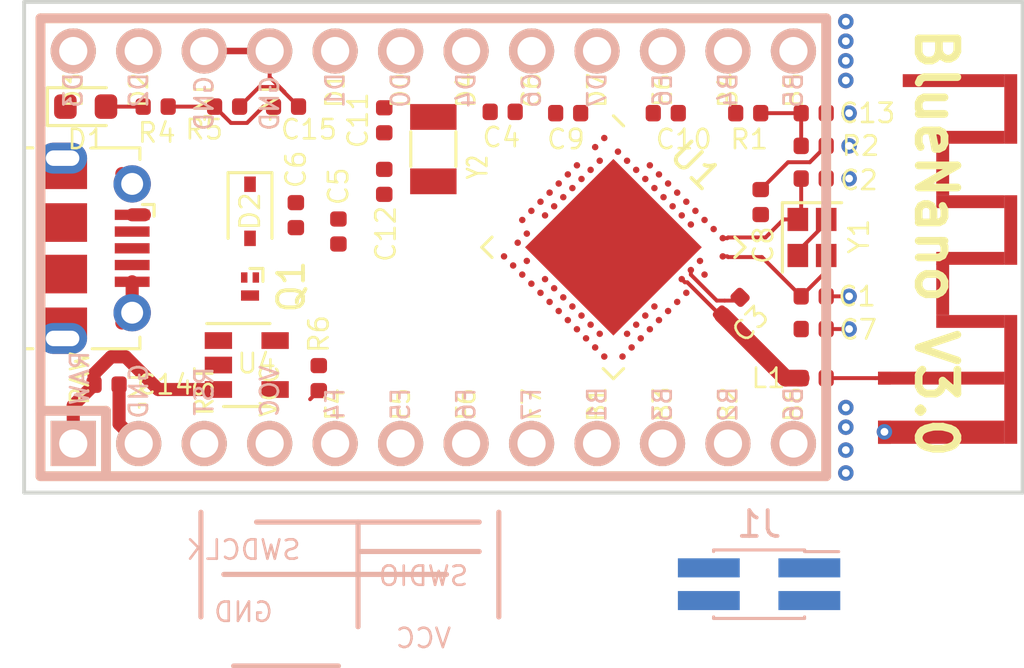
<source format=kicad_pcb>
(kicad_pcb (version 20171130) (host pcbnew "(5.0.0)")

  (general
    (thickness 1.6)
    (drawings 18)
    (tracks 93)
    (zones 0)
    (modules 32)
    (nets 43)
  )

  (page A4)
  (layers
    (0 F.Cu signal)
    (31 B.Cu signal)
    (32 B.Adhes user)
    (33 F.Adhes user)
    (34 B.Paste user)
    (35 F.Paste user)
    (36 B.SilkS user)
    (37 F.SilkS user)
    (38 B.Mask user)
    (39 F.Mask user)
    (40 Dwgs.User user hide)
    (41 Cmts.User user hide)
    (42 Eco1.User user hide)
    (43 Eco2.User user hide)
    (44 Edge.Cuts user)
    (45 Margin user hide)
    (46 B.CrtYd user)
    (47 F.CrtYd user)
    (48 B.Fab user hide)
    (49 F.Fab user hide)
  )

  (setup
    (last_trace_width 0.1524)
    (user_trace_width 0.1524)
    (user_trace_width 0.254)
    (user_trace_width 0.508)
    (trace_clearance 0.1)
    (zone_clearance 0.254)
    (zone_45_only no)
    (trace_min 0.127)
    (segment_width 0.2)
    (edge_width 0.15)
    (via_size 0.6)
    (via_drill 0.3)
    (via_min_size 0.6)
    (via_min_drill 0.3)
    (uvia_size 0.3)
    (uvia_drill 0.1)
    (uvias_allowed no)
    (uvia_min_size 0.2)
    (uvia_min_drill 0.1)
    (pcb_text_width 0.3)
    (pcb_text_size 1.5 1.5)
    (mod_edge_width 0.15)
    (mod_text_size 1 1)
    (mod_text_width 0.15)
    (pad_size 1.524 1.524)
    (pad_drill 0.762)
    (pad_to_mask_clearance 0.2)
    (aux_axis_origin 0 0)
    (visible_elements 7FFFFFFF)
    (pcbplotparams
      (layerselection 0x010ff_ffffffff)
      (usegerberextensions false)
      (usegerberattributes false)
      (usegerberadvancedattributes false)
      (creategerberjobfile false)
      (excludeedgelayer true)
      (linewidth 0.100000)
      (plotframeref false)
      (viasonmask false)
      (mode 1)
      (useauxorigin false)
      (hpglpennumber 1)
      (hpglpenspeed 20)
      (hpglpendiameter 15.000000)
      (psnegative false)
      (psa4output false)
      (plotreference true)
      (plotvalue true)
      (plotinvisibletext false)
      (padsonsilk false)
      (subtractmaskfromsilk false)
      (outputformat 1)
      (mirror false)
      (drillshape 0)
      (scaleselection 1)
      (outputdirectory "Gerber/"))
  )

  (net 0 "")
  (net 1 "Net-(C1-Pad2)")
  (net 2 GND)
  (net 3 "Net-(C2-Pad2)")
  (net 4 "Net-(C3-Pad1)")
  (net 5 "Net-(C4-Pad1)")
  (net 6 VCC)
  (net 7 "Net-(C7-Pad2)")
  (net 8 "Net-(C10-Pad1)")
  (net 9 "Net-(AE1-Pad1)")
  (net 10 SCK)
  (net 11 MOSI)
  (net 12 MISO)
  (net 13 SDA)
  (net 14 SCL)
  (net 15 RESET)
  (net 16 VBATT)
  (net 17 SWDCLK)
  (net 18 SWDIO)
  (net 19 /P0.02)
  (net 20 /P0.03)
  (net 21 /P0.04)
  (net 22 /P0.05)
  (net 23 /P0.07)
  (net 24 /P0.09)
  (net 25 /P0.10)
  (net 26 /P0.11)
  (net 27 /P0.18)
  (net 28 /P0.27)
  (net 29 /P0.28)
  (net 30 /P0.29)
  (net 31 /P0.30)
  (net 32 RAW)
  (net 33 "Net-(C6-Pad1)")
  (net 34 /VBus)
  (net 35 "Net-(D1-Pad1)")
  (net 36 "Net-(D1-Pad2)")
  (net 37 "Net-(R6-Pad1)")
  (net 38 /D-)
  (net 39 /D+)
  (net 40 "Net-(C11-Pad2)")
  (net 41 "Net-(C12-Pad2)")
  (net 42 "Net-(U1-PadA22)")

  (net_class Default "This is the default net class."
    (clearance 0.1)
    (trace_width 0.1524)
    (via_dia 0.6)
    (via_drill 0.3)
    (uvia_dia 0.3)
    (uvia_drill 0.1)
    (add_net /D+)
    (add_net /D-)
    (add_net /P0.02)
    (add_net /P0.03)
    (add_net /P0.04)
    (add_net /P0.05)
    (add_net /P0.07)
    (add_net /P0.09)
    (add_net /P0.10)
    (add_net /P0.11)
    (add_net /P0.18)
    (add_net /P0.27)
    (add_net /P0.28)
    (add_net /P0.29)
    (add_net /P0.30)
    (add_net /VBus)
    (add_net GND)
    (add_net MISO)
    (add_net MOSI)
    (add_net "Net-(AE1-Pad1)")
    (add_net "Net-(C1-Pad2)")
    (add_net "Net-(C10-Pad1)")
    (add_net "Net-(C11-Pad2)")
    (add_net "Net-(C12-Pad2)")
    (add_net "Net-(C2-Pad2)")
    (add_net "Net-(C3-Pad1)")
    (add_net "Net-(C4-Pad1)")
    (add_net "Net-(C6-Pad1)")
    (add_net "Net-(C7-Pad2)")
    (add_net "Net-(D1-Pad1)")
    (add_net "Net-(D1-Pad2)")
    (add_net "Net-(R6-Pad1)")
    (add_net "Net-(U1-PadA22)")
    (add_net RAW)
    (add_net RESET)
    (add_net SCK)
    (add_net SCL)
    (add_net SDA)
    (add_net SWDCLK)
    (add_net SWDIO)
    (add_net VBATT)
    (add_net VCC)
  )

  (net_class Antenna ""
    (clearance 0.254)
    (trace_width 0.254)
    (via_dia 0.6)
    (via_drill 0.3)
    (uvia_dia 0.3)
    (uvia_drill 0.1)
  )

  (net_class Data ""
    (clearance 0.1524)
    (trace_width 0.1524)
    (via_dia 0.6)
    (via_drill 0.3)
    (uvia_dia 0.3)
    (uvia_drill 0.1)
  )

  (net_class Power ""
    (clearance 0.508)
    (trace_width 0.508)
    (via_dia 0.6)
    (via_drill 0.3)
    (uvia_dia 0.3)
    (uvia_drill 0.1)
  )

  (module Package_DFN_QFN:Nordic_AQFN-73-1EP_7x7mm_P0.5mm (layer F.Cu) (tedit 5A55E2FA) (tstamp 5EC6B073)
    (at 133.985 89.535 315)
    (descr http://infocenter.nordicsemi.com/index.jsp?topic=%2Fcom.nordic.infocenter.nrf52%2Fdita%2Fnrf52%2Fchips%2Fnrf52840.html)
    (tags "AQFN 7mm ")
    (path /5EBAAB54)
    (attr smd)
    (fp_text reference U1 (at 0 -4.5 315) (layer F.SilkS)
      (effects (font (size 1 1) (thickness 0.15)))
    )
    (fp_text value nRF52840 (at 0.03 5.72 315) (layer F.Fab)
      (effects (font (size 1 1) (thickness 0.15)))
    )
    (fp_text user %R (at 0 0 315) (layer F.Fab)
      (effects (font (size 1 1) (thickness 0.15)))
    )
    (fp_line (start 3.81 -3.81) (end 3.81 3.81) (layer F.CrtYd) (width 0.05))
    (fp_line (start 3.81 3.81) (end -3.81 3.81) (layer F.CrtYd) (width 0.05))
    (fp_line (start -3.81 3.81) (end -3.81 -3.81) (layer F.CrtYd) (width 0.05))
    (fp_line (start -3.81 -3.81) (end 3.81 -3.81) (layer F.CrtYd) (width 0.05))
    (fp_line (start -3.61 -3.61) (end -3.05 -3.61) (layer F.SilkS) (width 0.12))
    (fp_line (start -3.61 3.61) (end -3.61 3.05) (layer F.SilkS) (width 0.12))
    (fp_line (start -3.61 3.61) (end -3.05 3.61) (layer F.SilkS) (width 0.12))
    (fp_line (start 3.61 3.61) (end 3.05 3.61) (layer F.SilkS) (width 0.12))
    (fp_line (start 3.61 3.61) (end 3.61 3.05) (layer F.SilkS) (width 0.12))
    (fp_line (start 3.61 -3.61) (end 3.61 -3.05) (layer F.SilkS) (width 0.12))
    (fp_line (start 3.61 -3.61) (end 3.05 -3.61) (layer F.SilkS) (width 0.12))
    (fp_line (start -3.5 -3) (end -3 -3.5) (layer F.Fab) (width 0.1))
    (fp_line (start 3.5 -3.5) (end 3.5 3.5) (layer F.Fab) (width 0.1))
    (fp_line (start -3.5 3.5) (end 3.5 3.5) (layer F.Fab) (width 0.1))
    (fp_line (start -3.5 -3) (end -3.5 3.5) (layer F.Fab) (width 0.1))
    (fp_line (start -3 -3.5) (end 3.5 -3.5) (layer F.Fab) (width 0.1))
    (pad "" smd rect (at 1.2125 1.2125 135) (size 2 2) (layers F.Paste))
    (pad "" smd rect (at -1.2125 1.2125 135) (size 2 2) (layers F.Paste))
    (pad "" smd rect (at 1.2125 -1.2125 135) (size 2 2) (layers F.Paste))
    (pad "" smd rect (at -1.2125 -1.2125 135) (size 2 2) (layers F.Paste))
    (pad EP smd rect (at 0 0 135) (size 4.85 4.85) (layers F.Cu F.Mask)
      (net 2 GND))
    (pad B24 smd circle (at 3.25 -2.75 135) (size 0.25 0.25) (layers F.Cu F.Paste F.Mask)
      (net 1 "Net-(C1-Pad2)"))
    (pad D23 smd circle (at 2.75 -2 135) (size 0.25 0.25) (layers F.Cu F.Paste F.Mask))
    (pad A8 smd circle (at -1.25 -3.25 135) (size 0.25 0.25) (layers F.Cu F.Paste F.Mask))
    (pad B3 smd circle (at -2.5 -2.75 135) (size 0.25 0.25) (layers F.Cu F.Paste F.Mask))
    (pad AC21 smd circle (at 2 2.75 135) (size 0.25 0.25) (layers F.Cu F.Paste F.Mask))
    (pad AD23 smd circle (at 2.75 3.25 135) (size 0.25 0.25) (layers F.Cu F.Paste F.Mask)
      (net 42 "Net-(U1-PadA22)"))
    (pad AD2 smd circle (at -2.75 3.25 135) (size 0.25 0.25) (layers F.Cu F.Paste F.Mask))
    (pad AB2 smd circle (at -2.75 2.5 135) (size 0.25 0.25) (layers F.Cu F.Paste F.Mask))
    (pad Y2 smd circle (at -2.75 2 135) (size 0.25 0.25) (layers F.Cu F.Paste F.Mask))
    (pad W1 smd circle (at -3.25 1.75 135) (size 0.25 0.25) (layers F.Cu F.Paste F.Mask)
      (net 42 "Net-(U1-PadA22)"))
    (pad U1 smd circle (at -3.25 1.25 135) (size 0.25 0.25) (layers F.Cu F.Paste F.Mask))
    (pad R1 smd circle (at -3.25 0.75 135) (size 0.25 0.25) (layers F.Cu F.Paste F.Mask))
    (pad N1 smd circle (at -3.25 0.25 135) (size 0.25 0.25) (layers F.Cu F.Paste F.Mask))
    (pad L1 smd circle (at -3.25 -0.25 135) (size 0.25 0.25) (layers F.Cu F.Paste F.Mask))
    (pad J1 smd circle (at -3.25 -0.75 135) (size 0.25 0.25) (layers F.Cu F.Paste F.Mask))
    (pad G1 smd circle (at -3.25 -1.25 135) (size 0.25 0.25) (layers F.Cu F.Paste F.Mask))
    (pad T2 smd circle (at -2.75 1 135) (size 0.25 0.25) (layers F.Cu F.Paste F.Mask))
    (pad P2 smd circle (at -2.75 0.5 135) (size 0.25 0.25) (layers F.Cu F.Paste F.Mask))
    (pad M2 smd circle (at -2.75 0 135) (size 0.25 0.25) (layers F.Cu F.Paste F.Mask))
    (pad K2 smd circle (at -2.75 -0.5 135) (size 0.25 0.25) (layers F.Cu F.Paste F.Mask))
    (pad H2 smd circle (at -2.75 -1 135) (size 0.25 0.25) (layers F.Cu F.Paste F.Mask))
    (pad F2 smd circle (at -2.75 -1.5 135) (size 0.25 0.25) (layers F.Cu F.Paste F.Mask)
      (net 41 "Net-(C12-Pad2)"))
    (pad C1 smd circle (at -3.25 -2.25 135) (size 0.25 0.25) (layers F.Cu F.Paste F.Mask))
    (pad D2 smd circle (at -2.75 -2 135) (size 0.25 0.25) (layers F.Cu F.Paste F.Mask)
      (net 40 "Net-(C11-Pad2)"))
    (pad B1 smd circle (at -3.25 -2.75 135) (size 0.25 0.25) (layers F.Cu F.Paste F.Mask)
      (net 42 "Net-(U1-PadA22)"))
    (pad AD4 smd circle (at -2.25 3.25 135) (size 0.25 0.25) (layers F.Cu F.Paste F.Mask)
      (net 38 /D-))
    (pad AD6 smd circle (at -1.75 3.25 135) (size 0.25 0.25) (layers F.Cu F.Paste F.Mask)
      (net 39 /D+))
    (pad AD8 smd circle (at -1.25 3.25 135) (size 0.25 0.25) (layers F.Cu F.Paste F.Mask))
    (pad AD10 smd circle (at -0.75 3.25 135) (size 0.25 0.25) (layers F.Cu F.Paste F.Mask))
    (pad AD12 smd circle (at -0.25 3.25 135) (size 0.25 0.25) (layers F.Cu F.Paste F.Mask))
    (pad AD14 smd circle (at 0.25 3.25 135) (size 0.25 0.25) (layers F.Cu F.Paste F.Mask)
      (net 42 "Net-(U1-PadA22)"))
    (pad AD16 smd circle (at 0.75 3.25 135) (size 0.25 0.25) (layers F.Cu F.Paste F.Mask))
    (pad AD18 smd circle (at 1.25 3.25 135) (size 0.25 0.25) (layers F.Cu F.Paste F.Mask))
    (pad AD20 smd circle (at 1.75 3.25 135) (size 0.25 0.25) (layers F.Cu F.Paste F.Mask))
    (pad AD22 smd circle (at 2.25 3.25 135) (size 0.25 0.25) (layers F.Cu F.Paste F.Mask))
    (pad AC19 smd circle (at 1.5 2.75 135) (size 0.25 0.25) (layers F.Cu F.Paste F.Mask))
    (pad AC17 smd circle (at 1 2.75 135) (size 0.25 0.25) (layers F.Cu F.Paste F.Mask))
    (pad AC15 smd circle (at 0.5 2.75 135) (size 0.25 0.25) (layers F.Cu F.Paste F.Mask))
    (pad AC13 smd circle (at 0 2.75 135) (size 0.25 0.25) (layers F.Cu F.Paste F.Mask)
      (net 15 RESET))
    (pad AC11 smd circle (at -0.5 2.75 135) (size 0.25 0.25) (layers F.Cu F.Paste F.Mask))
    (pad AC9 smd circle (at -1 2.75 135) (size 0.25 0.25) (layers F.Cu F.Paste F.Mask))
    (pad AC5 smd circle (at -2 2.75 135) (size 0.25 0.25) (layers F.Cu F.Paste F.Mask))
    (pad B5 smd circle (at -2 -2.75 135) (size 0.25 0.25) (layers F.Cu F.Paste F.Mask))
    (pad B7 smd circle (at -1.5 -2.75 135) (size 0.25 0.25) (layers F.Cu F.Paste F.Mask)
      (net 2 GND))
    (pad B9 smd circle (at -1 -2.75 135) (size 0.25 0.25) (layers F.Cu F.Paste F.Mask))
    (pad B11 smd circle (at -0.5 -2.75 135) (size 0.25 0.25) (layers F.Cu F.Paste F.Mask))
    (pad B13 smd circle (at 0 -2.75 135) (size 0.25 0.25) (layers F.Cu F.Paste F.Mask))
    (pad B15 smd circle (at 0.5 -2.75 135) (size 0.25 0.25) (layers F.Cu F.Paste F.Mask))
    (pad B17 smd circle (at 1 -2.75 135) (size 0.25 0.25) (layers F.Cu F.Paste F.Mask))
    (pad B19 smd circle (at 1.5 -2.75 135) (size 0.25 0.25) (layers F.Cu F.Paste F.Mask))
    (pad A10 smd circle (at -0.75 -3.25 135) (size 0.25 0.25) (layers F.Cu F.Paste F.Mask))
    (pad A12 smd circle (at -0.25 -3.25 135) (size 0.25 0.25) (layers F.Cu F.Paste F.Mask))
    (pad A14 smd circle (at 0.25 -3.25 135) (size 0.25 0.25) (layers F.Cu F.Paste F.Mask))
    (pad A16 smd circle (at 0.75 -3.25 135) (size 0.25 0.25) (layers F.Cu F.Paste F.Mask))
    (pad A18 smd circle (at 1.25 -3.25 135) (size 0.25 0.25) (layers F.Cu F.Paste F.Mask))
    (pad A20 smd circle (at 1.75 -3.25 135) (size 0.25 0.25) (layers F.Cu F.Paste F.Mask))
    (pad A22 smd circle (at 2.25 -3.25 135) (size 0.25 0.25) (layers F.Cu F.Paste F.Mask)
      (net 42 "Net-(U1-PadA22)"))
    (pad A23 smd circle (at 2.75 -3.25 135) (size 0.25 0.25) (layers F.Cu F.Paste F.Mask)
      (net 3 "Net-(C2-Pad2)"))
    (pad F23 smd circle (at 2.75 -1.5 135) (size 0.25 0.25) (layers F.Cu F.Paste F.Mask)
      (net 2 GND))
    (pad H23 smd circle (at 2.75 -1 135) (size 0.25 0.25) (layers F.Cu F.Paste F.Mask)
      (net 4 "Net-(C3-Pad1)"))
    (pad P23 smd circle (at 2.75 0.5 135) (size 0.25 0.25) (layers F.Cu F.Paste F.Mask))
    (pad T23 smd circle (at 2.75 1 135) (size 0.25 0.25) (layers F.Cu F.Paste F.Mask))
    (pad V23 smd circle (at 2.75 1.5 135) (size 0.25 0.25) (layers F.Cu F.Paste F.Mask))
    (pad Y23 smd circle (at 2.75 2 135) (size 0.25 0.25) (layers F.Cu F.Paste F.Mask))
    (pad E24 smd circle (at 3.25 -1.75 135) (size 0.25 0.25) (layers F.Cu F.Paste F.Mask))
    (pad J24 smd circle (at 3.25 -0.75 135) (size 0.25 0.25) (layers F.Cu F.Paste F.Mask))
    (pad L24 smd circle (at 3.25 -0.25 135) (size 0.25 0.25) (layers F.Cu F.Paste F.Mask))
    (pad N24 smd circle (at 3.25 0.25 135) (size 0.25 0.25) (layers F.Cu F.Paste F.Mask))
    (pad R24 smd circle (at 3.25 0.75 135) (size 0.25 0.25) (layers F.Cu F.Paste F.Mask))
    (pad U24 smd circle (at 3.25 1.25 135) (size 0.25 0.25) (layers F.Cu F.Paste F.Mask))
    (pad W24 smd circle (at 3.25 1.75 135) (size 0.25 0.25) (layers F.Cu F.Paste F.Mask))
    (pad AA24 smd circle (at 3.25 2.25 135) (size 0.25 0.25) (layers F.Cu F.Paste F.Mask)
      (net 17 SWDCLK))
    (pad AC24 smd circle (at 3.25 2.75 135) (size 0.25 0.25) (layers F.Cu F.Paste F.Mask)
      (net 18 SWDIO))
    (model ${KISYS3DMOD}/Package_DFN_QFN.3dshapes/Nordic_AQFN-73-1EP_7x7mm_P0.5mm.wrl
      (at (xyz 0 0 0))
      (scale (xyz 1 1 1))
      (rotate (xyz 0 0 0))
    )
  )

  (module footprints:Pro_Micro locked (layer F.Cu) (tedit 5BDD4D6D) (tstamp 5BCE2088)
    (at 125.476 89.535 90)
    (path /5BA9DEAD)
    (fp_text reference U2 (at 0.508 -14.732 90) (layer Eco1.User)
      (effects (font (size 1.27 1.524) (thickness 0.2032)))
    )
    (fp_text value ProMicro (at 0 1.524 180) (layer F.SilkS) hide
      (effects (font (size 1.27 1.524) (thickness 0.2032)))
    )
    (fp_line (start -6.35 -11.176) (end -8.89 -11.176) (layer B.SilkS) (width 0.381))
    (fp_line (start -6.35 -13.716) (end -6.35 -11.176) (layer B.SilkS) (width 0.381))
    (fp_line (start 8.89 16.764) (end 8.89 -13.716) (layer B.SilkS) (width 0.381))
    (fp_line (start -8.89 16.764) (end 8.89 16.764) (layer B.SilkS) (width 0.381))
    (fp_line (start -8.89 -13.716) (end -8.89 16.764) (layer B.SilkS) (width 0.381))
    (fp_line (start 8.89 -13.716) (end -8.89 -13.716) (layer B.SilkS) (width 0.381))
    (fp_text user RAW (at -5.08 -12.192 90) (layer B.SilkS)
      (effects (font (size 0.7 0.7) (thickness 0.1)) (justify mirror))
    )
    (fp_text user GND (at -5.588 -9.906 90) (layer B.SilkS)
      (effects (font (size 0.7 0.7) (thickness 0.1)) (justify mirror))
    )
    (fp_text user RST (at -5.588 -7.366 90) (layer B.SilkS)
      (effects (font (size 0.7 0.7) (thickness 0.1)) (justify mirror))
    )
    (fp_text user VCC (at -5.588 -4.826 90) (layer B.SilkS)
      (effects (font (size 0.7 0.7) (thickness 0.1)) (justify mirror))
    )
    (fp_text user F4 (at -6.096 -2.286 90) (layer B.SilkS)
      (effects (font (size 0.7 0.7) (thickness 0.1)) (justify mirror))
    )
    (fp_text user F5 (at -6.096 0.254 90) (layer B.SilkS)
      (effects (font (size 0.7 0.7) (thickness 0.1)) (justify mirror))
    )
    (fp_text user F7 (at -6.096 5.334 90) (layer B.SilkS)
      (effects (font (size 0.7 0.7) (thickness 0.1)) (justify mirror))
    )
    (fp_text user F6 (at -6.096 2.794 90) (layer B.SilkS)
      (effects (font (size 0.7 0.7) (thickness 0.1)) (justify mirror))
    )
    (fp_text user B1 (at -6.096 7.874 90) (layer B.SilkS)
      (effects (font (size 0.7 0.7) (thickness 0.1)) (justify mirror))
    )
    (fp_text user B3 (at -6.096 10.414 90) (layer B.SilkS)
      (effects (font (size 0.7 0.7) (thickness 0.1)) (justify mirror))
    )
    (fp_text user B2 (at -6.096 12.954 90) (layer B.SilkS)
      (effects (font (size 0.7 0.7) (thickness 0.1)) (justify mirror))
    )
    (fp_text user B6 (at -6.096 15.494 90) (layer B.SilkS)
      (effects (font (size 0.7 0.7) (thickness 0.1)) (justify mirror))
    )
    (fp_text user D3 (at 6.096 -12.446 90) (layer B.SilkS)
      (effects (font (size 0.7 0.7) (thickness 0.1)) (justify mirror))
    )
    (fp_text user D2 (at 6.096 -9.906 90) (layer B.SilkS)
      (effects (font (size 0.7 0.7) (thickness 0.1)) (justify mirror))
    )
    (fp_text user GND (at 5.588 -7.366 90) (layer B.SilkS)
      (effects (font (size 0.7 0.7) (thickness 0.1)) (justify mirror))
    )
    (fp_text user GND (at 5.588 -4.826 90) (layer B.SilkS)
      (effects (font (size 0.7 0.7) (thickness 0.1)) (justify mirror))
    )
    (fp_text user D1 (at 6.096 -2.286 90) (layer B.SilkS)
      (effects (font (size 0.7 0.7) (thickness 0.1)) (justify mirror))
    )
    (fp_text user D0 (at 6.096 0.254 90) (layer B.SilkS)
      (effects (font (size 0.7 0.7) (thickness 0.1)) (justify mirror))
    )
    (fp_text user D4 (at 6.096 2.794 90) (layer B.SilkS)
      (effects (font (size 0.7 0.7) (thickness 0.1)) (justify mirror))
    )
    (fp_text user C6 (at 6.096 5.334 90) (layer B.SilkS)
      (effects (font (size 0.7 0.7) (thickness 0.1)) (justify mirror))
    )
    (fp_text user D7 (at 6.096 7.874 90) (layer B.SilkS)
      (effects (font (size 0.7 0.7) (thickness 0.1)) (justify mirror))
    )
    (fp_text user E6 (at 6.096 10.414 90) (layer B.SilkS)
      (effects (font (size 0.7 0.7) (thickness 0.1)) (justify mirror))
    )
    (fp_text user B4 (at 6.096 12.954 90) (layer B.SilkS)
      (effects (font (size 0.7 0.7) (thickness 0.1)) (justify mirror))
    )
    (fp_text user B5 (at 6.096 15.494 90) (layer B.SilkS)
      (effects (font (size 0.7 0.7) (thickness 0.1)) (justify mirror))
    )
    (fp_text user B5 (at 6.096 15.494 90) (layer F.SilkS)
      (effects (font (size 0.7 0.7) (thickness 0.1)))
    )
    (fp_text user B4 (at 6.096 12.954 90) (layer F.SilkS)
      (effects (font (size 0.7 0.7) (thickness 0.1)))
    )
    (fp_text user E6 (at 6.096 10.414 90) (layer F.SilkS)
      (effects (font (size 0.7 0.7) (thickness 0.1)))
    )
    (fp_text user D7 (at 6.096 7.874 90) (layer F.SilkS)
      (effects (font (size 0.7 0.7) (thickness 0.1)))
    )
    (fp_text user C6 (at 6.096 5.334 90) (layer F.SilkS)
      (effects (font (size 0.7 0.7) (thickness 0.1)))
    )
    (fp_text user D4 (at 6.096 2.794 90) (layer F.SilkS)
      (effects (font (size 0.7 0.7) (thickness 0.1)))
    )
    (fp_text user D0 (at 6.096 0.254 90) (layer F.SilkS)
      (effects (font (size 0.7 0.7) (thickness 0.1)))
    )
    (fp_text user D1 (at 6.096 -2.286 90) (layer F.SilkS)
      (effects (font (size 0.7 0.7) (thickness 0.1)))
    )
    (fp_text user GND (at 5.588 -4.826 90) (layer F.SilkS)
      (effects (font (size 0.7 0.7) (thickness 0.1)))
    )
    (fp_text user GND (at 5.588 -7.366 90) (layer F.SilkS)
      (effects (font (size 0.7 0.7) (thickness 0.1)))
    )
    (fp_text user D2 (at 6.096 -9.906 90) (layer F.SilkS)
      (effects (font (size 0.7 0.7) (thickness 0.1)))
    )
    (fp_text user D3 (at 6.096 -12.446 90) (layer F.SilkS)
      (effects (font (size 0.7 0.7) (thickness 0.1)))
    )
    (fp_text user B6 (at -6.096 15.494 90) (layer F.SilkS)
      (effects (font (size 0.7 0.7) (thickness 0.1)))
    )
    (fp_text user B2 (at -6.096 12.954 90) (layer F.SilkS)
      (effects (font (size 0.7 0.7) (thickness 0.1)))
    )
    (fp_text user B3 (at -6.096 10.414 90) (layer F.SilkS)
      (effects (font (size 0.7 0.7) (thickness 0.1)))
    )
    (fp_text user B1 (at -6.096 7.874 90) (layer F.SilkS)
      (effects (font (size 0.7 0.7) (thickness 0.1)))
    )
    (fp_text user F6 (at -6.096 2.794 90) (layer F.SilkS)
      (effects (font (size 0.7 0.7) (thickness 0.1)))
    )
    (fp_text user F7 (at -6.096 5.334 90) (layer F.SilkS)
      (effects (font (size 0.7 0.7) (thickness 0.1)))
    )
    (fp_text user F5 (at -6.096 0.254 90) (layer F.SilkS)
      (effects (font (size 0.7 0.7) (thickness 0.1)))
    )
    (fp_text user F4 (at -6.096 -2.286 90) (layer F.SilkS)
      (effects (font (size 0.7 0.7) (thickness 0.1)))
    )
    (fp_text user VCC (at -5.588 -4.826 90) (layer F.SilkS)
      (effects (font (size 0.7 0.7) (thickness 0.1)))
    )
    (fp_text user RST (at -5.588 -7.366 90) (layer F.SilkS)
      (effects (font (size 0.7 0.7) (thickness 0.1)))
    )
    (fp_text user GND (at -5.588 -9.906 90) (layer F.SilkS)
      (effects (font (size 0.7 0.7) (thickness 0.1)))
    )
    (fp_text user RAW (at -5.08 -12.192 90) (layer F.SilkS)
      (effects (font (size 0.7 0.7) (thickness 0.1)))
    )
    (fp_line (start 8.89 -13.716) (end -8.89 -13.716) (layer F.SilkS) (width 0.381))
    (fp_line (start -8.89 -13.716) (end -8.89 16.764) (layer F.SilkS) (width 0.381))
    (fp_line (start -8.89 16.764) (end 8.89 16.764) (layer F.SilkS) (width 0.381))
    (fp_line (start 8.89 16.764) (end 8.89 -13.716) (layer F.SilkS) (width 0.381))
    (fp_line (start -6.35 -13.716) (end -6.35 -11.176) (layer F.SilkS) (width 0.381))
    (fp_line (start -6.35 -11.176) (end -8.89 -11.176) (layer F.SilkS) (width 0.381))
    (pad 1 thru_hole rect (at -7.62 -12.446) (size 1.7526 1.7526) (drill 1.0922) (layers *.Cu *.SilkS *.Mask)
      (net 32 RAW))
    (pad 2 thru_hole circle (at -7.62 -9.906) (size 1.7526 1.7526) (drill 1.0922) (layers *.Cu *.SilkS *.Mask)
      (net 2 GND))
    (pad 3 thru_hole circle (at -7.62 -7.366) (size 1.7526 1.7526) (drill 1.0922) (layers *.Cu *.SilkS *.Mask)
      (net 15 RESET))
    (pad 4 thru_hole circle (at -7.62 -4.826) (size 1.7526 1.7526) (drill 1.0922) (layers *.Cu *.SilkS *.Mask)
      (net 6 VCC))
    (pad 5 thru_hole circle (at -7.62 -2.286) (size 1.7526 1.7526) (drill 1.0922) (layers *.Cu *.SilkS *.Mask)
      (net 23 /P0.07))
    (pad 6 thru_hole circle (at -7.62 0.254) (size 1.7526 1.7526) (drill 1.0922) (layers *.Cu *.SilkS *.Mask)
      (net 24 /P0.09))
    (pad 7 thru_hole circle (at -7.62 2.794) (size 1.7526 1.7526) (drill 1.0922) (layers *.Cu *.SilkS *.Mask)
      (net 25 /P0.10))
    (pad 8 thru_hole circle (at -7.62 5.334) (size 1.7526 1.7526) (drill 1.0922) (layers *.Cu *.SilkS *.Mask)
      (net 26 /P0.11))
    (pad 9 thru_hole circle (at -7.62 7.874) (size 1.7526 1.7526) (drill 1.0922) (layers *.Cu *.SilkS *.Mask)
      (net 10 SCK))
    (pad 10 thru_hole circle (at -7.62 10.414) (size 1.7526 1.7526) (drill 1.0922) (layers *.Cu *.SilkS *.Mask)
      (net 11 MOSI))
    (pad 11 thru_hole circle (at -7.62 12.954) (size 1.7526 1.7526) (drill 1.0922) (layers *.Cu *.SilkS *.Mask)
      (net 12 MISO))
    (pad 12 thru_hole circle (at -7.62 15.494) (size 1.7526 1.7526) (drill 1.0922) (layers *.Cu *.SilkS *.Mask)
      (net 27 /P0.18))
    (pad 24 thru_hole circle (at 7.62 15.494) (size 1.7526 1.7526) (drill 1.0922) (layers *.Cu *.SilkS *.Mask)
      (net 13 SDA))
    (pad 23 thru_hole circle (at 7.62 12.954) (size 1.7526 1.7526) (drill 1.0922) (layers *.Cu *.SilkS *.Mask)
      (net 14 SCL))
    (pad 22 thru_hole circle (at 7.62 10.414) (size 1.7526 1.7526) (drill 1.0922) (layers *.Cu *.SilkS *.Mask)
      (net 28 /P0.27))
    (pad 21 thru_hole circle (at 7.62 7.874) (size 1.7526 1.7526) (drill 1.0922) (layers *.Cu *.SilkS *.Mask)
      (net 29 /P0.28))
    (pad 20 thru_hole circle (at 7.62 5.334) (size 1.7526 1.7526) (drill 1.0922) (layers *.Cu *.SilkS *.Mask)
      (net 30 /P0.29))
    (pad 19 thru_hole circle (at 7.62 2.794) (size 1.7526 1.7526) (drill 1.0922) (layers *.Cu *.SilkS *.Mask)
      (net 31 /P0.30))
    (pad 18 thru_hole circle (at 7.62 0.254) (size 1.7526 1.7526) (drill 1.0922) (layers *.Cu *.SilkS *.Mask)
      (net 19 /P0.02))
    (pad 17 thru_hole circle (at 7.62 -2.286) (size 1.7526 1.7526) (drill 1.0922) (layers *.Cu *.SilkS *.Mask)
      (net 20 /P0.03))
    (pad 16 thru_hole circle (at 7.62 -4.826) (size 1.7526 1.7526) (drill 1.0922) (layers *.Cu *.SilkS *.Mask)
      (net 2 GND))
    (pad 15 thru_hole circle (at 7.62 -7.366) (size 1.7526 1.7526) (drill 1.0922) (layers *.Cu *.SilkS *.Mask)
      (net 2 GND))
    (pad 14 thru_hole circle (at 7.62 -9.906) (size 1.7526 1.7526) (drill 1.0922) (layers *.Cu *.SilkS *.Mask)
      (net 21 /P0.04))
    (pad 13 thru_hole circle (at 7.62 -12.446) (size 1.7526 1.7526) (drill 1.0922) (layers *.Cu *.SilkS *.Mask)
      (net 22 /P0.05))
  )

  (module E73:ti-an043-antenna-flipped (layer B.Cu) (tedit 5BDD4C8E) (tstamp 5BC21075)
    (at 144.75 97.165 90)
    (path /5BABA201)
    (fp_text reference AE1 (at 0 0 90) (layer B.SilkS) hide
      (effects (font (size 1.27 1.27) (thickness 0.15)) (justify mirror))
    )
    (fp_text value Antenna_Shield (at 0 0 90) (layer B.SilkS) hide
      (effects (font (size 1.27 1.27) (thickness 0.15)) (justify mirror))
    )
    (fp_poly (pts (xy 13.85 4.4) (xy 13.85 0.46) (xy 14.35 0.46) (xy 14.35 4.4)
      (xy 13.85 4.4)) (layer F.Cu) (width 0))
    (fp_poly (pts (xy 11.65 4.9) (xy 11.65 4.4) (xy 14.35 4.4) (xy 14.35 4.9)
      (xy 11.65 4.9)) (layer F.Cu) (width 0))
    (fp_poly (pts (xy 11.65 4.4) (xy 11.65 1.76) (xy 12.15 1.76) (xy 12.15 4.4)
      (xy 11.65 4.4)) (layer F.Cu) (width 0))
    (fp_poly (pts (xy 9.65 2.26) (xy 9.65 1.76) (xy 11.65 1.76) (xy 11.65 2.26)
      (xy 9.65 2.26)) (layer F.Cu) (width 0))
    (fp_poly (pts (xy 9.15 4.4) (xy 9.15 1.76) (xy 9.65 1.76) (xy 9.65 4.4)
      (xy 9.15 4.4)) (layer F.Cu) (width 0))
    (fp_poly (pts (xy 6.95 4.9) (xy 6.95 4.4) (xy 9.65 4.4) (xy 9.65 4.9)
      (xy 6.95 4.9)) (layer F.Cu) (width 0))
    (fp_poly (pts (xy 6.95 4.4) (xy 6.95 1.76) (xy 7.45 1.76) (xy 7.45 4.4)
      (xy 6.95 4.4)) (layer F.Cu) (width 0))
    (fp_poly (pts (xy 5 2.26) (xy 5 1.76) (xy 7 1.76) (xy 7 2.26)
      (xy 5 2.26)) (layer F.Cu) (width 0))
    (fp_poly (pts (xy 4.5 4.4) (xy 4.5 1.76) (xy 5 1.76) (xy 5 4.4)
      (xy 4.5 4.4)) (layer F.Cu) (width 0))
    (fp_poly (pts (xy 0 4.9) (xy 0 4.4) (xy 5 4.4) (xy 5 4.9)
      (xy 0 4.9)) (layer F.Cu) (width 0))
    (fp_poly (pts (xy 0 4.4) (xy 0 -0.5) (xy 0.9 -0.5) (xy 0.9 4.4)
      (xy 0 4.4)) (layer F.Cu) (width 0))
    (fp_poly (pts (xy 2.3 4.4) (xy 2.3 -0.5) (xy 2.8 -0.5) (xy 2.8 4.4)
      (xy 2.3 4.4)) (layer F.Cu) (width 0))
    (pad 2 smd rect (at 0.45 -0.25 90) (size 0.9 0.5) (layers F.Cu F.Paste F.Mask)
      (net 2 GND))
    (pad 1 smd rect (at 2.55 -0.25 90) (size 0.5 0.5) (layers F.Cu F.Paste F.Mask)
      (net 9 "Net-(AE1-Pad1)"))
  )

  (module Capacitor_SMD:C_0402_1005Metric (layer F.Cu) (tedit 5BAC6CA1) (tstamp 5BCCEF51)
    (at 141.755 91.44 180)
    (descr "Capacitor SMD 0402 (1005 Metric), square (rectangular) end terminal, IPC_7351 nominal, (Body size source: http://www.tortai-tech.com/upload/download/2011102023233369053.pdf), generated with kicad-footprint-generator")
    (tags capacitor)
    (path /5BA870B1)
    (attr smd)
    (fp_text reference C1 (at -1.68148 -0.00254 180) (layer F.SilkS)
      (effects (font (size 0.75 0.75) (thickness 0.1)))
    )
    (fp_text value 12pF (at 0 1.17 180) (layer F.Fab)
      (effects (font (size 1 1) (thickness 0.15)))
    )
    (fp_text user %R (at 0 0 180) (layer F.Fab)
      (effects (font (size 0.25 0.25) (thickness 0.04)))
    )
    (fp_line (start 0.93 0.47) (end -0.93 0.47) (layer F.CrtYd) (width 0.05))
    (fp_line (start 0.93 -0.47) (end 0.93 0.47) (layer F.CrtYd) (width 0.05))
    (fp_line (start -0.93 -0.47) (end 0.93 -0.47) (layer F.CrtYd) (width 0.05))
    (fp_line (start -0.93 0.47) (end -0.93 -0.47) (layer F.CrtYd) (width 0.05))
    (fp_line (start 0.5 0.25) (end -0.5 0.25) (layer F.Fab) (width 0.1))
    (fp_line (start 0.5 -0.25) (end 0.5 0.25) (layer F.Fab) (width 0.1))
    (fp_line (start -0.5 -0.25) (end 0.5 -0.25) (layer F.Fab) (width 0.1))
    (fp_line (start -0.5 0.25) (end -0.5 -0.25) (layer F.Fab) (width 0.1))
    (pad 2 smd roundrect (at 0.485 0 180) (size 0.59 0.64) (layers F.Cu F.Paste F.Mask) (roundrect_rratio 0.25)
      (net 1 "Net-(C1-Pad2)"))
    (pad 1 smd roundrect (at -0.485 0 180) (size 0.59 0.64) (layers F.Cu F.Paste F.Mask) (roundrect_rratio 0.25)
      (net 2 GND))
    (model ${KISYS3DMOD}/Capacitor_SMD.3dshapes/C_0402_1005Metric.wrl
      (at (xyz 0 0 0))
      (scale (xyz 1 1 1))
      (rotate (xyz 0 0 0))
    )
  )

  (module Capacitor_SMD:C_0402_1005Metric (layer F.Cu) (tedit 5BAC6C6C) (tstamp 5BCCEF60)
    (at 141.755 86.868 180)
    (descr "Capacitor SMD 0402 (1005 Metric), square (rectangular) end terminal, IPC_7351 nominal, (Body size source: http://www.tortai-tech.com/upload/download/2011102023233369053.pdf), generated with kicad-footprint-generator")
    (tags capacitor)
    (path /5BA87013)
    (attr smd)
    (fp_text reference C2 (at -1.755 -0.0635 180) (layer F.SilkS)
      (effects (font (size 0.75 0.75) (thickness 0.1)))
    )
    (fp_text value 12pF (at 0 1.17 180) (layer F.Fab)
      (effects (font (size 1 1) (thickness 0.15)))
    )
    (fp_line (start -0.5 0.25) (end -0.5 -0.25) (layer F.Fab) (width 0.1))
    (fp_line (start -0.5 -0.25) (end 0.5 -0.25) (layer F.Fab) (width 0.1))
    (fp_line (start 0.5 -0.25) (end 0.5 0.25) (layer F.Fab) (width 0.1))
    (fp_line (start 0.5 0.25) (end -0.5 0.25) (layer F.Fab) (width 0.1))
    (fp_line (start -0.93 0.47) (end -0.93 -0.47) (layer F.CrtYd) (width 0.05))
    (fp_line (start -0.93 -0.47) (end 0.93 -0.47) (layer F.CrtYd) (width 0.05))
    (fp_line (start 0.93 -0.47) (end 0.93 0.47) (layer F.CrtYd) (width 0.05))
    (fp_line (start 0.93 0.47) (end -0.93 0.47) (layer F.CrtYd) (width 0.05))
    (fp_text user %R (at 0 0 180) (layer F.Fab)
      (effects (font (size 0.25 0.25) (thickness 0.04)))
    )
    (pad 1 smd roundrect (at -0.485 0 180) (size 0.59 0.64) (layers F.Cu F.Paste F.Mask) (roundrect_rratio 0.25)
      (net 2 GND))
    (pad 2 smd roundrect (at 0.485 0 180) (size 0.59 0.64) (layers F.Cu F.Paste F.Mask) (roundrect_rratio 0.25)
      (net 3 "Net-(C2-Pad2)"))
    (model ${KISYS3DMOD}/Capacitor_SMD.3dshapes/C_0402_1005Metric.wrl
      (at (xyz 0 0 0))
      (scale (xyz 1 1 1))
      (rotate (xyz 0 0 0))
    )
  )

  (module Capacitor_SMD:C_0402_1005Metric (layer F.Cu) (tedit 5BAC6C7B) (tstamp 5BCCEF6F)
    (at 138.557 91.821 45)
    (descr "Capacitor SMD 0402 (1005 Metric), square (rectangular) end terminal, IPC_7351 nominal, (Body size source: http://www.tortai-tech.com/upload/download/2011102023233369053.pdf), generated with kicad-footprint-generator")
    (tags capacitor)
    (path /5BA8807F)
    (attr smd)
    (fp_text reference C3 (at 0.03556 1.01854 45) (layer F.SilkS)
      (effects (font (size 0.75 0.75) (thickness 0.1)))
    )
    (fp_text value 0.8pF (at 0 1.17 45) (layer F.Fab)
      (effects (font (size 1 1) (thickness 0.15)))
    )
    (fp_text user %R (at 0 0 45) (layer F.Fab)
      (effects (font (size 0.25 0.25) (thickness 0.04)))
    )
    (fp_line (start 0.93 0.47) (end -0.93 0.47) (layer F.CrtYd) (width 0.05))
    (fp_line (start 0.93 -0.47) (end 0.93 0.47) (layer F.CrtYd) (width 0.05))
    (fp_line (start -0.93 -0.47) (end 0.93 -0.47) (layer F.CrtYd) (width 0.05))
    (fp_line (start -0.93 0.47) (end -0.93 -0.47) (layer F.CrtYd) (width 0.05))
    (fp_line (start 0.5 0.25) (end -0.5 0.25) (layer F.Fab) (width 0.1))
    (fp_line (start 0.5 -0.25) (end 0.5 0.25) (layer F.Fab) (width 0.1))
    (fp_line (start -0.5 -0.25) (end 0.5 -0.25) (layer F.Fab) (width 0.1))
    (fp_line (start -0.5 0.25) (end -0.5 -0.25) (layer F.Fab) (width 0.1))
    (pad 2 smd roundrect (at 0.485 0 45) (size 0.59 0.64) (layers F.Cu F.Paste F.Mask) (roundrect_rratio 0.25)
      (net 2 GND))
    (pad 1 smd roundrect (at -0.485 0 45) (size 0.59 0.64) (layers F.Cu F.Paste F.Mask) (roundrect_rratio 0.25)
      (net 4 "Net-(C3-Pad1)"))
    (model ${KISYS3DMOD}/Capacitor_SMD.3dshapes/C_0402_1005Metric.wrl
      (at (xyz 0 0 0))
      (scale (xyz 1 1 1))
      (rotate (xyz 0 0 0))
    )
  )

  (module Capacitor_SMD:C_0402_1005Metric (layer F.Cu) (tedit 5BDD4D2E) (tstamp 5BCCEF7E)
    (at 129.69 84.2772 180)
    (descr "Capacitor SMD 0402 (1005 Metric), square (rectangular) end terminal, IPC_7351 nominal, (Body size source: http://www.tortai-tech.com/upload/download/2011102023233369053.pdf), generated with kicad-footprint-generator")
    (tags capacitor)
    (path /5BA8B655)
    (attr smd)
    (fp_text reference C4 (at 0.0508 -0.9906 180) (layer F.SilkS)
      (effects (font (size 0.75 0.75) (thickness 0.1)))
    )
    (fp_text value 100nF (at 0 1.17 180) (layer F.Fab)
      (effects (font (size 1 1) (thickness 0.15)))
    )
    (fp_text user %R (at 0 0 180) (layer F.Fab)
      (effects (font (size 0.25 0.25) (thickness 0.04)))
    )
    (fp_line (start 0.93 0.47) (end -0.93 0.47) (layer F.CrtYd) (width 0.05))
    (fp_line (start 0.93 -0.47) (end 0.93 0.47) (layer F.CrtYd) (width 0.05))
    (fp_line (start -0.93 -0.47) (end 0.93 -0.47) (layer F.CrtYd) (width 0.05))
    (fp_line (start -0.93 0.47) (end -0.93 -0.47) (layer F.CrtYd) (width 0.05))
    (fp_line (start 0.5 0.25) (end -0.5 0.25) (layer F.Fab) (width 0.1))
    (fp_line (start 0.5 -0.25) (end 0.5 0.25) (layer F.Fab) (width 0.1))
    (fp_line (start -0.5 -0.25) (end 0.5 -0.25) (layer F.Fab) (width 0.1))
    (fp_line (start -0.5 0.25) (end -0.5 -0.25) (layer F.Fab) (width 0.1))
    (pad 2 smd roundrect (at 0.485 0 180) (size 0.59 0.64) (layers F.Cu F.Paste F.Mask) (roundrect_rratio 0.25)
      (net 2 GND))
    (pad 1 smd roundrect (at -0.485 0 180) (size 0.59 0.64) (layers F.Cu F.Paste F.Mask) (roundrect_rratio 0.25)
      (net 5 "Net-(C4-Pad1)"))
    (model ${KISYS3DMOD}/Capacitor_SMD.3dshapes/C_0402_1005Metric.wrl
      (at (xyz 0 0 0))
      (scale (xyz 1 1 1))
      (rotate (xyz 0 0 0))
    )
  )

  (module Capacitor_SMD:C_0402_1005Metric (layer F.Cu) (tedit 5BAC6C2A) (tstamp 5BCCEF8D)
    (at 123.317 88.923 90)
    (descr "Capacitor SMD 0402 (1005 Metric), square (rectangular) end terminal, IPC_7351 nominal, (Body size source: http://www.tortai-tech.com/upload/download/2011102023233369053.pdf), generated with kicad-footprint-generator")
    (tags capacitor)
    (path /5BA9A805)
    (attr smd)
    (fp_text reference C5 (at 1.755 0 90) (layer F.SilkS)
      (effects (font (size 0.75 0.75) (thickness 0.1)))
    )
    (fp_text value 100nF (at -0.399001 2.032999 90) (layer F.Fab)
      (effects (font (size 1 1) (thickness 0.15)))
    )
    (fp_line (start -0.5 0.25) (end -0.5 -0.25) (layer F.Fab) (width 0.1))
    (fp_line (start -0.5 -0.25) (end 0.5 -0.25) (layer F.Fab) (width 0.1))
    (fp_line (start 0.5 -0.25) (end 0.5 0.25) (layer F.Fab) (width 0.1))
    (fp_line (start 0.5 0.25) (end -0.5 0.25) (layer F.Fab) (width 0.1))
    (fp_line (start -0.93 0.47) (end -0.93 -0.47) (layer F.CrtYd) (width 0.05))
    (fp_line (start -0.93 -0.47) (end 0.93 -0.47) (layer F.CrtYd) (width 0.05))
    (fp_line (start 0.93 -0.47) (end 0.93 0.47) (layer F.CrtYd) (width 0.05))
    (fp_line (start 0.93 0.47) (end -0.93 0.47) (layer F.CrtYd) (width 0.05))
    (fp_text user %R (at 0 0 90) (layer F.Fab)
      (effects (font (size 0.25 0.25) (thickness 0.04)))
    )
    (pad 1 smd roundrect (at -0.485 0 90) (size 0.59 0.64) (layers F.Cu F.Paste F.Mask) (roundrect_rratio 0.25))
    (pad 2 smd roundrect (at 0.485 0 90) (size 0.59 0.64) (layers F.Cu F.Paste F.Mask) (roundrect_rratio 0.25)
      (net 2 GND))
    (model ${KISYS3DMOD}/Capacitor_SMD.3dshapes/C_0402_1005Metric.wrl
      (at (xyz 0 0 0))
      (scale (xyz 1 1 1))
      (rotate (xyz 0 0 0))
    )
  )

  (module Capacitor_SMD:C_0402_1005Metric (layer F.Cu) (tedit 5BAC6C8B) (tstamp 5BCCEF9C)
    (at 141.755 92.71 180)
    (descr "Capacitor SMD 0402 (1005 Metric), square (rectangular) end terminal, IPC_7351 nominal, (Body size source: http://www.tortai-tech.com/upload/download/2011102023233369053.pdf), generated with kicad-footprint-generator")
    (tags capacitor)
    (path /5BA8AEB8)
    (attr smd)
    (fp_text reference C7 (at -1.7296 -0.0254 180) (layer F.SilkS)
      (effects (font (size 0.75 0.75) (thickness 0.1)))
    )
    (fp_text value 100pF (at 0 1.17 180) (layer F.Fab)
      (effects (font (size 1 1) (thickness 0.15)))
    )
    (fp_line (start -0.5 0.25) (end -0.5 -0.25) (layer F.Fab) (width 0.1))
    (fp_line (start -0.5 -0.25) (end 0.5 -0.25) (layer F.Fab) (width 0.1))
    (fp_line (start 0.5 -0.25) (end 0.5 0.25) (layer F.Fab) (width 0.1))
    (fp_line (start 0.5 0.25) (end -0.5 0.25) (layer F.Fab) (width 0.1))
    (fp_line (start -0.93 0.47) (end -0.93 -0.47) (layer F.CrtYd) (width 0.05))
    (fp_line (start -0.93 -0.47) (end 0.93 -0.47) (layer F.CrtYd) (width 0.05))
    (fp_line (start 0.93 -0.47) (end 0.93 0.47) (layer F.CrtYd) (width 0.05))
    (fp_line (start 0.93 0.47) (end -0.93 0.47) (layer F.CrtYd) (width 0.05))
    (fp_text user %R (at 0 0 180) (layer F.Fab)
      (effects (font (size 0.25 0.25) (thickness 0.04)))
    )
    (pad 1 smd roundrect (at -0.485 0 180) (size 0.59 0.64) (layers F.Cu F.Paste F.Mask) (roundrect_rratio 0.25)
      (net 2 GND))
    (pad 2 smd roundrect (at 0.485 0 180) (size 0.59 0.64) (layers F.Cu F.Paste F.Mask) (roundrect_rratio 0.25)
      (net 7 "Net-(C7-Pad2)"))
    (model ${KISYS3DMOD}/Capacitor_SMD.3dshapes/C_0402_1005Metric.wrl
      (at (xyz 0 0 0))
      (scale (xyz 1 1 1))
      (rotate (xyz 0 0 0))
    )
  )

  (module Capacitor_SMD:C_0402_1005Metric (layer F.Cu) (tedit 5BAC6C5B) (tstamp 5BCCEFAB)
    (at 139.7 87.78 90)
    (descr "Capacitor SMD 0402 (1005 Metric), square (rectangular) end terminal, IPC_7351 nominal, (Body size source: http://www.tortai-tech.com/upload/download/2011102023233369053.pdf), generated with kicad-footprint-generator")
    (tags capacitor)
    (path /5BA874F3)
    (attr smd)
    (fp_text reference C8 (at -1.6764 0.1016 90) (layer F.SilkS)
      (effects (font (size 0.75 0.75) (thickness 0.1)))
    )
    (fp_text value 100nF (at 0 1.17 90) (layer F.Fab)
      (effects (font (size 1 1) (thickness 0.15)))
    )
    (fp_line (start -0.5 0.25) (end -0.5 -0.25) (layer F.Fab) (width 0.1))
    (fp_line (start -0.5 -0.25) (end 0.5 -0.25) (layer F.Fab) (width 0.1))
    (fp_line (start 0.5 -0.25) (end 0.5 0.25) (layer F.Fab) (width 0.1))
    (fp_line (start 0.5 0.25) (end -0.5 0.25) (layer F.Fab) (width 0.1))
    (fp_line (start -0.93 0.47) (end -0.93 -0.47) (layer F.CrtYd) (width 0.05))
    (fp_line (start -0.93 -0.47) (end 0.93 -0.47) (layer F.CrtYd) (width 0.05))
    (fp_line (start 0.93 -0.47) (end 0.93 0.47) (layer F.CrtYd) (width 0.05))
    (fp_line (start 0.93 0.47) (end -0.93 0.47) (layer F.CrtYd) (width 0.05))
    (fp_text user %R (at 0 0 90) (layer F.Fab)
      (effects (font (size 0.25 0.25) (thickness 0.04)))
    )
    (pad 1 smd roundrect (at -0.485 0 90) (size 0.59 0.64) (layers F.Cu F.Paste F.Mask) (roundrect_rratio 0.25))
    (pad 2 smd roundrect (at 0.485 0 90) (size 0.59 0.64) (layers F.Cu F.Paste F.Mask) (roundrect_rratio 0.25)
      (net 2 GND))
    (model ${KISYS3DMOD}/Capacitor_SMD.3dshapes/C_0402_1005Metric.wrl
      (at (xyz 0 0 0))
      (scale (xyz 1 1 1))
      (rotate (xyz 0 0 0))
    )
  )

  (module Capacitor_SMD:C_0402_1005Metric (layer F.Cu) (tedit 5BAC6BA3) (tstamp 5BCCEFDC)
    (at 125.095 84.605 270)
    (descr "Capacitor SMD 0402 (1005 Metric), square (rectangular) end terminal, IPC_7351 nominal, (Body size source: http://www.tortai-tech.com/upload/download/2011102023233369053.pdf), generated with kicad-footprint-generator")
    (tags capacitor)
    (path /5BA87284)
    (attr smd)
    (fp_text reference C11 (at 0 1.02108 270) (layer F.SilkS)
      (effects (font (size 0.75 0.75) (thickness 0.1)))
    )
    (fp_text value 12pF (at 0 1.17 270) (layer F.Fab)
      (effects (font (size 1 1) (thickness 0.15)))
    )
    (fp_line (start -0.5 0.25) (end -0.5 -0.25) (layer F.Fab) (width 0.1))
    (fp_line (start -0.5 -0.25) (end 0.5 -0.25) (layer F.Fab) (width 0.1))
    (fp_line (start 0.5 -0.25) (end 0.5 0.25) (layer F.Fab) (width 0.1))
    (fp_line (start 0.5 0.25) (end -0.5 0.25) (layer F.Fab) (width 0.1))
    (fp_line (start -0.93 0.47) (end -0.93 -0.47) (layer F.CrtYd) (width 0.05))
    (fp_line (start -0.93 -0.47) (end 0.93 -0.47) (layer F.CrtYd) (width 0.05))
    (fp_line (start 0.93 -0.47) (end 0.93 0.47) (layer F.CrtYd) (width 0.05))
    (fp_line (start 0.93 0.47) (end -0.93 0.47) (layer F.CrtYd) (width 0.05))
    (fp_text user %R (at 0 0 270) (layer F.Fab)
      (effects (font (size 0.25 0.25) (thickness 0.04)))
    )
    (pad 1 smd roundrect (at -0.485 0 270) (size 0.59 0.64) (layers F.Cu F.Paste F.Mask) (roundrect_rratio 0.25)
      (net 2 GND))
    (pad 2 smd roundrect (at 0.485 0 270) (size 0.59 0.64) (layers F.Cu F.Paste F.Mask) (roundrect_rratio 0.25)
      (net 40 "Net-(C11-Pad2)"))
    (model ${KISYS3DMOD}/Capacitor_SMD.3dshapes/C_0402_1005Metric.wrl
      (at (xyz 0 0 0))
      (scale (xyz 1 1 1))
      (rotate (xyz 0 0 0))
    )
  )

  (module Capacitor_SMD:C_0402_1005Metric (layer F.Cu) (tedit 5BAC6C18) (tstamp 5BCCEFEB)
    (at 125.095 86.995 90)
    (descr "Capacitor SMD 0402 (1005 Metric), square (rectangular) end terminal, IPC_7351 nominal, (Body size source: http://www.tortai-tech.com/upload/download/2011102023233369053.pdf), generated with kicad-footprint-generator")
    (tags capacitor)
    (path /5BA872D0)
    (attr smd)
    (fp_text reference C12 (at -2.0193 0.05842 90) (layer F.SilkS)
      (effects (font (size 0.75 0.75) (thickness 0.1)))
    )
    (fp_text value 12pF (at 0 1.17 90) (layer F.Fab)
      (effects (font (size 1 1) (thickness 0.15)))
    )
    (fp_text user %R (at 0 0 90) (layer F.Fab)
      (effects (font (size 0.25 0.25) (thickness 0.04)))
    )
    (fp_line (start 0.93 0.47) (end -0.93 0.47) (layer F.CrtYd) (width 0.05))
    (fp_line (start 0.93 -0.47) (end 0.93 0.47) (layer F.CrtYd) (width 0.05))
    (fp_line (start -0.93 -0.47) (end 0.93 -0.47) (layer F.CrtYd) (width 0.05))
    (fp_line (start -0.93 0.47) (end -0.93 -0.47) (layer F.CrtYd) (width 0.05))
    (fp_line (start 0.5 0.25) (end -0.5 0.25) (layer F.Fab) (width 0.1))
    (fp_line (start 0.5 -0.25) (end 0.5 0.25) (layer F.Fab) (width 0.1))
    (fp_line (start -0.5 -0.25) (end 0.5 -0.25) (layer F.Fab) (width 0.1))
    (fp_line (start -0.5 0.25) (end -0.5 -0.25) (layer F.Fab) (width 0.1))
    (pad 2 smd roundrect (at 0.485 0 90) (size 0.59 0.64) (layers F.Cu F.Paste F.Mask) (roundrect_rratio 0.25)
      (net 41 "Net-(C12-Pad2)"))
    (pad 1 smd roundrect (at -0.485 0 90) (size 0.59 0.64) (layers F.Cu F.Paste F.Mask) (roundrect_rratio 0.25)
      (net 2 GND))
    (model ${KISYS3DMOD}/Capacitor_SMD.3dshapes/C_0402_1005Metric.wrl
      (at (xyz 0 0 0))
      (scale (xyz 1 1 1))
      (rotate (xyz 0 0 0))
    )
  )

  (module Inductor_SMD:L_0402_1005Metric (layer F.Cu) (tedit 5BAC6CC7) (tstamp 5BCCEFFA)
    (at 141.755 94.615 180)
    (descr "Inductor SMD 0402 (1005 Metric), square (rectangular) end terminal, IPC_7351 nominal, (Body size source: http://www.tortai-tech.com/upload/download/2011102023233369053.pdf), generated with kicad-footprint-generator")
    (tags inductor)
    (path /5BA87F40)
    (attr smd)
    (fp_text reference L1 (at 1.755 0 180) (layer F.SilkS)
      (effects (font (size 0.75 0.75) (thickness 0.1)))
    )
    (fp_text value 3.9nH (at 0 1.17 180) (layer F.Fab)
      (effects (font (size 1 1) (thickness 0.15)))
    )
    (fp_line (start -0.5 0.25) (end -0.5 -0.25) (layer F.Fab) (width 0.1))
    (fp_line (start -0.5 -0.25) (end 0.5 -0.25) (layer F.Fab) (width 0.1))
    (fp_line (start 0.5 -0.25) (end 0.5 0.25) (layer F.Fab) (width 0.1))
    (fp_line (start 0.5 0.25) (end -0.5 0.25) (layer F.Fab) (width 0.1))
    (fp_line (start -0.93 0.47) (end -0.93 -0.47) (layer F.CrtYd) (width 0.05))
    (fp_line (start -0.93 -0.47) (end 0.93 -0.47) (layer F.CrtYd) (width 0.05))
    (fp_line (start 0.93 -0.47) (end 0.93 0.47) (layer F.CrtYd) (width 0.05))
    (fp_line (start 0.93 0.47) (end -0.93 0.47) (layer F.CrtYd) (width 0.05))
    (fp_text user %R (at 0 0 180) (layer F.Fab)
      (effects (font (size 0.25 0.25) (thickness 0.04)))
    )
    (pad 1 smd roundrect (at -0.485 0 180) (size 0.59 0.64) (layers F.Cu F.Paste F.Mask) (roundrect_rratio 0.25)
      (net 9 "Net-(AE1-Pad1)"))
    (pad 2 smd roundrect (at 0.485 0 180) (size 0.59 0.64) (layers F.Cu F.Paste F.Mask) (roundrect_rratio 0.25)
      (net 4 "Net-(C3-Pad1)"))
    (model ${KISYS3DMOD}/Inductor_SMD.3dshapes/L_0402_1005Metric.wrl
      (at (xyz 0 0 0))
      (scale (xyz 1 1 1))
      (rotate (xyz 0 0 0))
    )
  )

  (module Crystal:Crystal_SMD_2016-4Pin_2.0x1.6mm (layer F.Cu) (tedit 5BAC6CB2) (tstamp 5BCCF163)
    (at 141.69 89.154 270)
    (descr "SMD Crystal SERIES SMD2016/4 http://www.q-crystal.com/upload/5/2015552223166229.pdf, 2.0x1.6mm^2 package")
    (tags "SMD SMT crystal")
    (path /5BAB3119)
    (attr smd)
    (fp_text reference Y1 (at -0.04318 -1.82118 270) (layer F.SilkS)
      (effects (font (size 0.75 0.75) (thickness 0.1)))
    )
    (fp_text value 32MHz (at 0 2 270) (layer F.Fab)
      (effects (font (size 1 1) (thickness 0.15)))
    )
    (fp_text user %R (at -0.07516 0.0801 270) (layer F.Fab)
      (effects (font (size 0.5 0.5) (thickness 0.075)))
    )
    (fp_line (start -0.9 -0.8) (end 0.9 -0.8) (layer F.Fab) (width 0.1))
    (fp_line (start 0.9 -0.8) (end 1 -0.7) (layer F.Fab) (width 0.1))
    (fp_line (start 1 -0.7) (end 1 0.7) (layer F.Fab) (width 0.1))
    (fp_line (start 1 0.7) (end 0.9 0.8) (layer F.Fab) (width 0.1))
    (fp_line (start 0.9 0.8) (end -0.9 0.8) (layer F.Fab) (width 0.1))
    (fp_line (start -0.9 0.8) (end -1 0.7) (layer F.Fab) (width 0.1))
    (fp_line (start -1 0.7) (end -1 -0.7) (layer F.Fab) (width 0.1))
    (fp_line (start -1 -0.7) (end -0.9 -0.8) (layer F.Fab) (width 0.1))
    (fp_line (start -1 0.3) (end -0.5 0.8) (layer F.Fab) (width 0.1))
    (fp_line (start -1.35 -1.15) (end -1.35 1.15) (layer F.SilkS) (width 0.12))
    (fp_line (start -1.35 1.15) (end 1.35 1.15) (layer F.SilkS) (width 0.12))
    (fp_line (start -1.4 -1.3) (end -1.4 1.3) (layer F.CrtYd) (width 0.05))
    (fp_line (start -1.4 1.3) (end 1.4 1.3) (layer F.CrtYd) (width 0.05))
    (fp_line (start 1.4 1.3) (end 1.4 -1.3) (layer F.CrtYd) (width 0.05))
    (fp_line (start 1.4 -1.3) (end -1.4 -1.3) (layer F.CrtYd) (width 0.05))
    (pad 1 smd rect (at -0.7 0.55 270) (size 0.9 0.8) (layers F.Cu F.Paste F.Mask)
      (net 3 "Net-(C2-Pad2)"))
    (pad 2 smd rect (at 0.7 0.55 270) (size 0.9 0.8) (layers F.Cu F.Paste F.Mask)
      (net 2 GND))
    (pad 3 smd rect (at 0.7 -0.55 270) (size 0.9 0.8) (layers F.Cu F.Paste F.Mask)
      (net 1 "Net-(C1-Pad2)"))
    (pad 4 smd rect (at -0.7 -0.55 270) (size 0.9 0.8) (layers F.Cu F.Paste F.Mask)
      (net 2 GND))
    (model ${KISYS3DMOD}/Crystal.3dshapes/Crystal_SMD_2016-4Pin_2.0x1.6mm.wrl
      (at (xyz 0 0 0))
      (scale (xyz 1 1 1))
      (rotate (xyz 0 0 0))
    )
  )

  (module Crystal:Crystal_SMD_3215-2Pin_3.2x1.5mm (layer F.Cu) (tedit 5BAC6B83) (tstamp 5BCCF174)
    (at 127 85.725 90)
    (descr "SMD Crystal FC-135 https://support.epson.biz/td/api/doc_check.php?dl=brief_FC-135R_en.pdf")
    (tags "SMD SMT Crystal")
    (path /5BA87226)
    (attr smd)
    (fp_text reference Y2 (at -0.6985 1.7145 90) (layer F.SilkS)
      (effects (font (size 0.75 0.5) (thickness 0.1)))
    )
    (fp_text value 32.768kHz (at 0 2 90) (layer F.Fab)
      (effects (font (size 1 1) (thickness 0.15)))
    )
    (fp_text user %R (at 0 -2 90) (layer F.Fab)
      (effects (font (size 1 1) (thickness 0.15)))
    )
    (fp_line (start -2 -1.15) (end 2 -1.15) (layer F.CrtYd) (width 0.05))
    (fp_line (start -1.6 -0.75) (end -1.6 0.75) (layer F.Fab) (width 0.1))
    (fp_line (start -0.675 0.875) (end 0.675 0.875) (layer F.SilkS) (width 0.12))
    (fp_line (start -0.675 -0.875) (end 0.675 -0.875) (layer F.SilkS) (width 0.12))
    (fp_line (start 1.6 -0.75) (end 1.6 0.75) (layer F.Fab) (width 0.1))
    (fp_line (start -1.6 -0.75) (end 1.6 -0.75) (layer F.Fab) (width 0.1))
    (fp_line (start -1.6 0.75) (end 1.6 0.75) (layer F.Fab) (width 0.1))
    (fp_line (start -2 1.15) (end 2 1.15) (layer F.CrtYd) (width 0.05))
    (fp_line (start -2 -1.15) (end -2 1.15) (layer F.CrtYd) (width 0.05))
    (fp_line (start 2 -1.15) (end 2 1.15) (layer F.CrtYd) (width 0.05))
    (pad 1 smd rect (at 1.25 0 90) (size 1 1.8) (layers F.Cu F.Paste F.Mask)
      (net 40 "Net-(C11-Pad2)"))
    (pad 2 smd rect (at -1.25 0 90) (size 1 1.8) (layers F.Cu F.Paste F.Mask)
      (net 41 "Net-(C12-Pad2)"))
    (model ${KISYS3DMOD}/Crystal.3dshapes/Crystal_SMD_3215-2Pin_3.2x1.5mm.wrl
      (at (xyz 0 0 0))
      (scale (xyz 1 1 1))
      (rotate (xyz 0 0 0))
    )
  )

  (module Capacitor_SMD:C_0402_1005Metric (layer F.Cu) (tedit 5BAC6B52) (tstamp 5BCEA124)
    (at 141.755 84.328)
    (descr "Capacitor SMD 0402 (1005 Metric), square (rectangular) end terminal, IPC_7351 nominal, (Body size source: http://www.tortai-tech.com/upload/download/2011102023233369053.pdf), generated with kicad-footprint-generator")
    (tags capacitor)
    (path /5BBD289D)
    (attr smd)
    (fp_text reference C13 (at 2.0725 0) (layer F.SilkS)
      (effects (font (size 0.75 0.75) (thickness 0.1)))
    )
    (fp_text value 1nF (at 0 1.17) (layer F.Fab)
      (effects (font (size 1 1) (thickness 0.15)))
    )
    (fp_line (start -0.5 0.25) (end -0.5 -0.25) (layer F.Fab) (width 0.1))
    (fp_line (start -0.5 -0.25) (end 0.5 -0.25) (layer F.Fab) (width 0.1))
    (fp_line (start 0.5 -0.25) (end 0.5 0.25) (layer F.Fab) (width 0.1))
    (fp_line (start 0.5 0.25) (end -0.5 0.25) (layer F.Fab) (width 0.1))
    (fp_line (start -0.93 0.47) (end -0.93 -0.47) (layer F.CrtYd) (width 0.05))
    (fp_line (start -0.93 -0.47) (end 0.93 -0.47) (layer F.CrtYd) (width 0.05))
    (fp_line (start 0.93 -0.47) (end 0.93 0.47) (layer F.CrtYd) (width 0.05))
    (fp_line (start 0.93 0.47) (end -0.93 0.47) (layer F.CrtYd) (width 0.05))
    (fp_text user %R (at 0 0) (layer F.Fab)
      (effects (font (size 0.25 0.25) (thickness 0.04)))
    )
    (pad 1 smd roundrect (at -0.485 0) (size 0.59 0.64) (layers F.Cu F.Paste F.Mask) (roundrect_rratio 0.25)
      (net 16 VBATT))
    (pad 2 smd roundrect (at 0.485 0) (size 0.59 0.64) (layers F.Cu F.Paste F.Mask) (roundrect_rratio 0.25)
      (net 2 GND))
    (model ${KISYS3DMOD}/Capacitor_SMD.3dshapes/C_0402_1005Metric.wrl
      (at (xyz 0 0 0))
      (scale (xyz 1 1 1))
      (rotate (xyz 0 0 0))
    )
  )

  (module Resistor_SMD:R_0402_1005Metric (layer F.Cu) (tedit 5BAC6B6F) (tstamp 5BCEA133)
    (at 139.215 84.328)
    (descr "Resistor SMD 0402 (1005 Metric), square (rectangular) end terminal, IPC_7351 nominal, (Body size source: http://www.tortai-tech.com/upload/download/2011102023233369053.pdf), generated with kicad-footprint-generator")
    (tags resistor)
    (path /5BBB0518)
    (attr smd)
    (fp_text reference R1 (at 0.0405 1.016) (layer F.SilkS)
      (effects (font (size 0.75 0.75) (thickness 0.1)))
    )
    (fp_text value 806k (at 0 1.17) (layer F.Fab)
      (effects (font (size 1 1) (thickness 0.15)))
    )
    (fp_text user %R (at 0 0) (layer F.Fab)
      (effects (font (size 0.25 0.25) (thickness 0.04)))
    )
    (fp_line (start 0.93 0.47) (end -0.93 0.47) (layer F.CrtYd) (width 0.05))
    (fp_line (start 0.93 -0.47) (end 0.93 0.47) (layer F.CrtYd) (width 0.05))
    (fp_line (start -0.93 -0.47) (end 0.93 -0.47) (layer F.CrtYd) (width 0.05))
    (fp_line (start -0.93 0.47) (end -0.93 -0.47) (layer F.CrtYd) (width 0.05))
    (fp_line (start 0.5 0.25) (end -0.5 0.25) (layer F.Fab) (width 0.1))
    (fp_line (start 0.5 -0.25) (end 0.5 0.25) (layer F.Fab) (width 0.1))
    (fp_line (start -0.5 -0.25) (end 0.5 -0.25) (layer F.Fab) (width 0.1))
    (fp_line (start -0.5 0.25) (end -0.5 -0.25) (layer F.Fab) (width 0.1))
    (pad 2 smd roundrect (at 0.485 0) (size 0.59 0.64) (layers F.Cu F.Paste F.Mask) (roundrect_rratio 0.25)
      (net 16 VBATT))
    (pad 1 smd roundrect (at -0.485 0) (size 0.59 0.64) (layers F.Cu F.Paste F.Mask) (roundrect_rratio 0.25)
      (net 32 RAW))
    (model ${KISYS3DMOD}/Resistor_SMD.3dshapes/R_0402_1005Metric.wrl
      (at (xyz 0 0 0))
      (scale (xyz 1 1 1))
      (rotate (xyz 0 0 0))
    )
  )

  (module Resistor_SMD:R_0402_1005Metric (layer F.Cu) (tedit 5BAC6B3E) (tstamp 5BCEA142)
    (at 141.755 85.598)
    (descr "Resistor SMD 0402 (1005 Metric), square (rectangular) end terminal, IPC_7351 nominal, (Body size source: http://www.tortai-tech.com/upload/download/2011102023233369053.pdf), generated with kicad-footprint-generator")
    (tags resistor)
    (path /5BBB05D3)
    (attr smd)
    (fp_text reference R2 (at 1.8185 0) (layer F.SilkS)
      (effects (font (size 0.75 0.75) (thickness 0.1)))
    )
    (fp_text value 2M (at 0 1.17) (layer F.Fab)
      (effects (font (size 1 1) (thickness 0.15)))
    )
    (fp_line (start -0.5 0.25) (end -0.5 -0.25) (layer F.Fab) (width 0.1))
    (fp_line (start -0.5 -0.25) (end 0.5 -0.25) (layer F.Fab) (width 0.1))
    (fp_line (start 0.5 -0.25) (end 0.5 0.25) (layer F.Fab) (width 0.1))
    (fp_line (start 0.5 0.25) (end -0.5 0.25) (layer F.Fab) (width 0.1))
    (fp_line (start -0.93 0.47) (end -0.93 -0.47) (layer F.CrtYd) (width 0.05))
    (fp_line (start -0.93 -0.47) (end 0.93 -0.47) (layer F.CrtYd) (width 0.05))
    (fp_line (start 0.93 -0.47) (end 0.93 0.47) (layer F.CrtYd) (width 0.05))
    (fp_line (start 0.93 0.47) (end -0.93 0.47) (layer F.CrtYd) (width 0.05))
    (fp_text user %R (at 0 0) (layer F.Fab)
      (effects (font (size 0.25 0.25) (thickness 0.04)))
    )
    (pad 1 smd roundrect (at -0.485 0) (size 0.59 0.64) (layers F.Cu F.Paste F.Mask) (roundrect_rratio 0.25)
      (net 16 VBATT))
    (pad 2 smd roundrect (at 0.485 0) (size 0.59 0.64) (layers F.Cu F.Paste F.Mask) (roundrect_rratio 0.25)
      (net 2 GND))
    (model ${KISYS3DMOD}/Resistor_SMD.3dshapes/R_0402_1005Metric.wrl
      (at (xyz 0 0 0))
      (scale (xyz 1 1 1))
      (rotate (xyz 0 0 0))
    )
  )

  (module Capacitor_SMD:C_0402_1005Metric (layer F.Cu) (tedit 5BDD4EDB) (tstamp 5C027A63)
    (at 114.323 94.869)
    (descr "Capacitor SMD 0402 (1005 Metric), square (rectangular) end terminal, IPC_7351 nominal, (Body size source: http://www.tortai-tech.com/upload/download/2011102023233369053.pdf), generated with kicad-footprint-generator")
    (tags capacitor)
    (path /5BE8978B)
    (attr smd)
    (fp_text reference C14 (at 2.263 0) (layer F.SilkS)
      (effects (font (size 0.75 0.75) (thickness 0.1)))
    )
    (fp_text value 10uF (at 0 1.17) (layer F.Fab)
      (effects (font (size 1 1) (thickness 0.15)))
    )
    (fp_line (start -0.5 0.25) (end -0.5 -0.25) (layer F.Fab) (width 0.1))
    (fp_line (start -0.5 -0.25) (end 0.5 -0.25) (layer F.Fab) (width 0.1))
    (fp_line (start 0.5 -0.25) (end 0.5 0.25) (layer F.Fab) (width 0.1))
    (fp_line (start 0.5 0.25) (end -0.5 0.25) (layer F.Fab) (width 0.1))
    (fp_line (start -0.93 0.47) (end -0.93 -0.47) (layer F.CrtYd) (width 0.05))
    (fp_line (start -0.93 -0.47) (end 0.93 -0.47) (layer F.CrtYd) (width 0.05))
    (fp_line (start 0.93 -0.47) (end 0.93 0.47) (layer F.CrtYd) (width 0.05))
    (fp_line (start 0.93 0.47) (end -0.93 0.47) (layer F.CrtYd) (width 0.05))
    (fp_text user %R (at 0 0) (layer F.Fab)
      (effects (font (size 0.25 0.25) (thickness 0.04)))
    )
    (pad 1 smd roundrect (at -0.485 0) (size 0.59 0.64) (layers F.Cu F.Paste F.Mask) (roundrect_rratio 0.25)
      (net 32 RAW))
    (pad 2 smd roundrect (at 0.485 0) (size 0.59 0.64) (layers F.Cu F.Paste F.Mask) (roundrect_rratio 0.25)
      (net 2 GND))
    (model ${KISYS3DMOD}/Capacitor_SMD.3dshapes/C_0402_1005Metric.wrl
      (at (xyz 0 0 0))
      (scale (xyz 1 1 1))
      (rotate (xyz 0 0 0))
    )
  )

  (module Capacitor_SMD:C_0402_1005Metric (layer F.Cu) (tedit 5BDD4F9A) (tstamp 5C027A72)
    (at 121.285 84.074)
    (descr "Capacitor SMD 0402 (1005 Metric), square (rectangular) end terminal, IPC_7351 nominal, (Body size source: http://www.tortai-tech.com/upload/download/2011102023233369053.pdf), generated with kicad-footprint-generator")
    (tags capacitor)
    (path /5BF01D5C)
    (attr smd)
    (fp_text reference C15 (at 0.889 0.889) (layer F.SilkS)
      (effects (font (size 0.75 0.75) (thickness 0.1)))
    )
    (fp_text value 10uF (at 0 1.17) (layer F.Fab)
      (effects (font (size 1 1) (thickness 0.15)))
    )
    (fp_text user %R (at 0 0) (layer F.Fab)
      (effects (font (size 0.25 0.25) (thickness 0.04)))
    )
    (fp_line (start 0.93 0.47) (end -0.93 0.47) (layer F.CrtYd) (width 0.05))
    (fp_line (start 0.93 -0.47) (end 0.93 0.47) (layer F.CrtYd) (width 0.05))
    (fp_line (start -0.93 -0.47) (end 0.93 -0.47) (layer F.CrtYd) (width 0.05))
    (fp_line (start -0.93 0.47) (end -0.93 -0.47) (layer F.CrtYd) (width 0.05))
    (fp_line (start 0.5 0.25) (end -0.5 0.25) (layer F.Fab) (width 0.1))
    (fp_line (start 0.5 -0.25) (end 0.5 0.25) (layer F.Fab) (width 0.1))
    (fp_line (start -0.5 -0.25) (end 0.5 -0.25) (layer F.Fab) (width 0.1))
    (fp_line (start -0.5 0.25) (end -0.5 -0.25) (layer F.Fab) (width 0.1))
    (pad 2 smd roundrect (at 0.485 0) (size 0.59 0.64) (layers F.Cu F.Paste F.Mask) (roundrect_rratio 0.25)
      (net 2 GND))
    (pad 1 smd roundrect (at -0.485 0) (size 0.59 0.64) (layers F.Cu F.Paste F.Mask) (roundrect_rratio 0.25)
      (net 34 /VBus))
    (model ${KISYS3DMOD}/Capacitor_SMD.3dshapes/C_0402_1005Metric.wrl
      (at (xyz 0 0 0))
      (scale (xyz 1 1 1))
      (rotate (xyz 0 0 0))
    )
  )

  (module LED_SMD:LED_0603_1608Metric (layer F.Cu) (tedit 5BDD4F7A) (tstamp 5C027A85)
    (at 113.5125 84.074)
    (descr "LED SMD 0603 (1608 Metric), square (rectangular) end terminal, IPC_7351 nominal, (Body size source: http://www.tortai-tech.com/upload/download/2011102023233369053.pdf), generated with kicad-footprint-generator")
    (tags diode)
    (path /5BDD6C98)
    (attr smd)
    (fp_text reference D1 (at 0.0255 1.27) (layer F.SilkS)
      (effects (font (size 0.75 0.75) (thickness 0.1)))
    )
    (fp_text value LED (at 0 1.43) (layer F.Fab)
      (effects (font (size 1 1) (thickness 0.15)))
    )
    (fp_line (start 0.8 -0.4) (end -0.5 -0.4) (layer F.Fab) (width 0.1))
    (fp_line (start -0.5 -0.4) (end -0.8 -0.1) (layer F.Fab) (width 0.1))
    (fp_line (start -0.8 -0.1) (end -0.8 0.4) (layer F.Fab) (width 0.1))
    (fp_line (start -0.8 0.4) (end 0.8 0.4) (layer F.Fab) (width 0.1))
    (fp_line (start 0.8 0.4) (end 0.8 -0.4) (layer F.Fab) (width 0.1))
    (fp_line (start 0.8 -0.735) (end -1.485 -0.735) (layer F.SilkS) (width 0.12))
    (fp_line (start -1.485 -0.735) (end -1.485 0.735) (layer F.SilkS) (width 0.12))
    (fp_line (start -1.485 0.735) (end 0.8 0.735) (layer F.SilkS) (width 0.12))
    (fp_line (start -1.48 0.73) (end -1.48 -0.73) (layer F.CrtYd) (width 0.05))
    (fp_line (start -1.48 -0.73) (end 1.48 -0.73) (layer F.CrtYd) (width 0.05))
    (fp_line (start 1.48 -0.73) (end 1.48 0.73) (layer F.CrtYd) (width 0.05))
    (fp_line (start 1.48 0.73) (end -1.48 0.73) (layer F.CrtYd) (width 0.05))
    (fp_text user %R (at 0 0) (layer F.Fab)
      (effects (font (size 0.4 0.4) (thickness 0.06)))
    )
    (pad 1 smd roundrect (at -0.7875 0) (size 0.875 0.95) (layers F.Cu F.Paste F.Mask) (roundrect_rratio 0.25)
      (net 35 "Net-(D1-Pad1)"))
    (pad 2 smd roundrect (at 0.7875 0) (size 0.875 0.95) (layers F.Cu F.Paste F.Mask) (roundrect_rratio 0.25)
      (net 36 "Net-(D1-Pad2)"))
    (model ${KISYS3DMOD}/LED_SMD.3dshapes/LED_0603_1608Metric.wrl
      (at (xyz 0 0 0))
      (scale (xyz 1 1 1))
      (rotate (xyz 0 0 0))
    )
  )

  (module Connector_USB:USB_Micro-B_Molex-105017-0001 (layer F.Cu) (tedit 5BDD4D40) (tstamp 5C027AC7)
    (at 113.8535 89.575 270)
    (descr http://www.molex.com/pdm_docs/sd/1050170001_sd.pdf)
    (tags "Micro-USB SMD Typ-B")
    (path /5BDE727E)
    (attr smd)
    (fp_text reference J2 (at 0 -3.1125 270) (layer F.SilkS) hide
      (effects (font (size 1 1) (thickness 0.15)))
    )
    (fp_text value USB_B_Micro (at 0.3 4.3375 270) (layer F.Fab)
      (effects (font (size 1 1) (thickness 0.15)))
    )
    (fp_text user "PCB Edge" (at 0 2.6875 270) (layer Dwgs.User)
      (effects (font (size 0.5 0.5) (thickness 0.08)))
    )
    (fp_text user %R (at 0 0.8875 270) (layer F.Fab)
      (effects (font (size 1 1) (thickness 0.15)))
    )
    (fp_line (start -4.4 3.64) (end 4.4 3.64) (layer F.CrtYd) (width 0.05))
    (fp_line (start 4.4 -2.46) (end 4.4 3.64) (layer F.CrtYd) (width 0.05))
    (fp_line (start -4.4 -2.46) (end 4.4 -2.46) (layer F.CrtYd) (width 0.05))
    (fp_line (start -4.4 3.64) (end -4.4 -2.46) (layer F.CrtYd) (width 0.05))
    (fp_line (start -3.9 -1.7625) (end -3.45 -1.7625) (layer F.SilkS) (width 0.12))
    (fp_line (start -3.9 0.0875) (end -3.9 -1.7625) (layer F.SilkS) (width 0.12))
    (fp_line (start 3.9 2.6375) (end 3.9 2.3875) (layer F.SilkS) (width 0.12))
    (fp_line (start 3.75 3.3875) (end 3.75 -1.6125) (layer F.Fab) (width 0.1))
    (fp_line (start -3 2.689204) (end 3 2.689204) (layer F.Fab) (width 0.1))
    (fp_line (start -3.75 3.389204) (end 3.75 3.389204) (layer F.Fab) (width 0.1))
    (fp_line (start -3.75 -1.6125) (end 3.75 -1.6125) (layer F.Fab) (width 0.1))
    (fp_line (start -3.75 3.3875) (end -3.75 -1.6125) (layer F.Fab) (width 0.1))
    (fp_line (start -3.9 2.6375) (end -3.9 2.3875) (layer F.SilkS) (width 0.12))
    (fp_line (start 3.9 0.0875) (end 3.9 -1.7625) (layer F.SilkS) (width 0.12))
    (fp_line (start 3.9 -1.7625) (end 3.45 -1.7625) (layer F.SilkS) (width 0.12))
    (fp_line (start -1.7 -2.3125) (end -1.25 -2.3125) (layer F.SilkS) (width 0.12))
    (fp_line (start -1.7 -2.3125) (end -1.7 -1.8625) (layer F.SilkS) (width 0.12))
    (fp_line (start -1.3 -1.7125) (end -1.5 -1.9125) (layer F.Fab) (width 0.1))
    (fp_line (start -1.1 -1.9125) (end -1.3 -1.7125) (layer F.Fab) (width 0.1))
    (fp_line (start -1.5 -2.1225) (end -1.1 -2.1225) (layer F.Fab) (width 0.1))
    (fp_line (start -1.5 -2.1225) (end -1.5 -1.9125) (layer F.Fab) (width 0.1))
    (fp_line (start -1.1 -2.1225) (end -1.1 -1.9125) (layer F.Fab) (width 0.1))
    (pad 6 smd rect (at 1 1.2375 270) (size 1.5 1.9) (layers F.Cu F.Paste F.Mask)
      (net 2 GND))
    (pad 6 thru_hole circle (at -2.5 -1.4625 270) (size 1.45 1.45) (drill 0.85) (layers *.Cu *.Mask)
      (net 2 GND))
    (pad 2 smd rect (at -0.65 -1.4625 270) (size 0.4 1.35) (layers F.Cu F.Paste F.Mask)
      (net 38 /D-))
    (pad 1 smd rect (at -1.3 -1.4625 270) (size 0.4 1.35) (layers F.Cu F.Paste F.Mask)
      (net 34 /VBus))
    (pad 5 smd rect (at 1.3 -1.4625 270) (size 0.4 1.35) (layers F.Cu F.Paste F.Mask)
      (net 2 GND))
    (pad 4 smd rect (at 0.65 -1.4625 270) (size 0.4 1.35) (layers F.Cu F.Paste F.Mask))
    (pad 3 smd rect (at 0 -1.4625 270) (size 0.4 1.35) (layers F.Cu F.Paste F.Mask)
      (net 39 /D+))
    (pad 6 thru_hole circle (at 2.5 -1.4625 270) (size 1.45 1.45) (drill 0.85) (layers *.Cu *.Mask)
      (net 2 GND))
    (pad 6 smd rect (at -1 1.2375 270) (size 1.5 1.9) (layers F.Cu F.Paste F.Mask)
      (net 2 GND))
    (pad 6 thru_hole oval (at -3.5 1.2375 90) (size 1.2 1.9) (drill oval 0.6 1.3) (layers *.Cu *.Mask)
      (net 2 GND))
    (pad 6 thru_hole oval (at 3.5 1.2375 270) (size 1.2 1.9) (drill oval 0.6 1.3) (layers *.Cu *.Mask)
      (net 2 GND))
    (pad 6 smd rect (at 2.9 1.2375 270) (size 1.2 1.9) (layers F.Cu F.Mask)
      (net 2 GND))
    (pad 6 smd rect (at -2.9 1.2375 270) (size 1.2 1.9) (layers F.Cu F.Mask)
      (net 2 GND))
    (model ${KISYS3DMOD}/Connector_USB.3dshapes/USB_Micro-B_Molex-105017-0001.wrl
      (at (xyz 0 0 0))
      (scale (xyz 1 1 1))
      (rotate (xyz 0 0 0))
    )
  )

  (module Resistor_SMD:R_0402_1005Metric (layer F.Cu) (tedit 5BDD4F64) (tstamp 5C027AEB)
    (at 116.228 84.074 180)
    (descr "Resistor SMD 0402 (1005 Metric), square (rectangular) end terminal, IPC_7351 nominal, (Body size source: http://www.tortai-tech.com/upload/download/2011102023233369053.pdf), generated with kicad-footprint-generator")
    (tags resistor)
    (path /5BDD6D90)
    (attr smd)
    (fp_text reference R4 (at -0.0405 -1.016 180) (layer F.SilkS)
      (effects (font (size 0.75 0.75) (thickness 0.1)))
    )
    (fp_text value 330 (at 0 1.17 180) (layer F.Fab)
      (effects (font (size 1 1) (thickness 0.15)))
    )
    (fp_line (start -0.5 0.25) (end -0.5 -0.25) (layer F.Fab) (width 0.1))
    (fp_line (start -0.5 -0.25) (end 0.5 -0.25) (layer F.Fab) (width 0.1))
    (fp_line (start 0.5 -0.25) (end 0.5 0.25) (layer F.Fab) (width 0.1))
    (fp_line (start 0.5 0.25) (end -0.5 0.25) (layer F.Fab) (width 0.1))
    (fp_line (start -0.93 0.47) (end -0.93 -0.47) (layer F.CrtYd) (width 0.05))
    (fp_line (start -0.93 -0.47) (end 0.93 -0.47) (layer F.CrtYd) (width 0.05))
    (fp_line (start 0.93 -0.47) (end 0.93 0.47) (layer F.CrtYd) (width 0.05))
    (fp_line (start 0.93 0.47) (end -0.93 0.47) (layer F.CrtYd) (width 0.05))
    (fp_text user %R (at -0.066001 0.038999 180) (layer F.Fab)
      (effects (font (size 0.25 0.25) (thickness 0.04)))
    )
    (pad 1 smd roundrect (at -0.485 0 180) (size 0.59 0.64) (layers F.Cu F.Paste F.Mask) (roundrect_rratio 0.25)
      (net 34 /VBus))
    (pad 2 smd roundrect (at 0.485 0 180) (size 0.59 0.64) (layers F.Cu F.Paste F.Mask) (roundrect_rratio 0.25)
      (net 36 "Net-(D1-Pad2)"))
    (model ${KISYS3DMOD}/Resistor_SMD.3dshapes/R_0402_1005Metric.wrl
      (at (xyz 0 0 0))
      (scale (xyz 1 1 1))
      (rotate (xyz 0 0 0))
    )
  )

  (module Resistor_SMD:R_0402_1005Metric (layer F.Cu) (tedit 5BDD4F8E) (tstamp 5C027AFA)
    (at 118.999 84.074)
    (descr "Resistor SMD 0402 (1005 Metric), square (rectangular) end terminal, IPC_7351 nominal, (Body size source: http://www.tortai-tech.com/upload/download/2011102023233369053.pdf), generated with kicad-footprint-generator")
    (tags resistor)
    (path /5BF01E24)
    (attr smd)
    (fp_text reference R5 (at -0.889 0.889) (layer F.SilkS)
      (effects (font (size 0.75 0.75) (thickness 0.1)))
    )
    (fp_text value 100k (at 0 1.17) (layer F.Fab)
      (effects (font (size 1 1) (thickness 0.15)))
    )
    (fp_line (start -0.5 0.25) (end -0.5 -0.25) (layer F.Fab) (width 0.1))
    (fp_line (start -0.5 -0.25) (end 0.5 -0.25) (layer F.Fab) (width 0.1))
    (fp_line (start 0.5 -0.25) (end 0.5 0.25) (layer F.Fab) (width 0.1))
    (fp_line (start 0.5 0.25) (end -0.5 0.25) (layer F.Fab) (width 0.1))
    (fp_line (start -0.93 0.47) (end -0.93 -0.47) (layer F.CrtYd) (width 0.05))
    (fp_line (start -0.93 -0.47) (end 0.93 -0.47) (layer F.CrtYd) (width 0.05))
    (fp_line (start 0.93 -0.47) (end 0.93 0.47) (layer F.CrtYd) (width 0.05))
    (fp_line (start 0.93 0.47) (end -0.93 0.47) (layer F.CrtYd) (width 0.05))
    (fp_text user %R (at 0 0) (layer F.Fab)
      (effects (font (size 0.25 0.25) (thickness 0.04)))
    )
    (pad 1 smd roundrect (at -0.485 0) (size 0.59 0.64) (layers F.Cu F.Paste F.Mask) (roundrect_rratio 0.25)
      (net 34 /VBus))
    (pad 2 smd roundrect (at 0.485 0) (size 0.59 0.64) (layers F.Cu F.Paste F.Mask) (roundrect_rratio 0.25)
      (net 2 GND))
    (model ${KISYS3DMOD}/Resistor_SMD.3dshapes/R_0402_1005Metric.wrl
      (at (xyz 0 0 0))
      (scale (xyz 1 1 1))
      (rotate (xyz 0 0 0))
    )
  )

  (module Resistor_SMD:R_0402_1005Metric (layer F.Cu) (tedit 5BDD4E8C) (tstamp 5C027B09)
    (at 122.555 94.615 270)
    (descr "Resistor SMD 0402 (1005 Metric), square (rectangular) end terminal, IPC_7351 nominal, (Body size source: http://www.tortai-tech.com/upload/download/2011102023233369053.pdf), generated with kicad-footprint-generator")
    (tags resistor)
    (path /5BEA83DA)
    (attr smd)
    (fp_text reference R6 (at -1.7145 0 270) (layer F.SilkS)
      (effects (font (size 0.75 0.75) (thickness 0.1)))
    )
    (fp_text value 10k (at 0 1.17 270) (layer F.Fab)
      (effects (font (size 1 1) (thickness 0.15)))
    )
    (fp_text user %R (at 0 0 270) (layer F.Fab)
      (effects (font (size 0.25 0.25) (thickness 0.04)))
    )
    (fp_line (start 0.93 0.47) (end -0.93 0.47) (layer F.CrtYd) (width 0.05))
    (fp_line (start 0.93 -0.47) (end 0.93 0.47) (layer F.CrtYd) (width 0.05))
    (fp_line (start -0.93 -0.47) (end 0.93 -0.47) (layer F.CrtYd) (width 0.05))
    (fp_line (start -0.93 0.47) (end -0.93 -0.47) (layer F.CrtYd) (width 0.05))
    (fp_line (start 0.5 0.25) (end -0.5 0.25) (layer F.Fab) (width 0.1))
    (fp_line (start 0.5 -0.25) (end 0.5 0.25) (layer F.Fab) (width 0.1))
    (fp_line (start -0.5 -0.25) (end 0.5 -0.25) (layer F.Fab) (width 0.1))
    (fp_line (start -0.5 0.25) (end -0.5 -0.25) (layer F.Fab) (width 0.1))
    (pad 2 smd roundrect (at 0.485 0 270) (size 0.59 0.64) (layers F.Cu F.Paste F.Mask) (roundrect_rratio 0.25)
      (net 2 GND))
    (pad 1 smd roundrect (at -0.485 0 270) (size 0.59 0.64) (layers F.Cu F.Paste F.Mask) (roundrect_rratio 0.25)
      (net 37 "Net-(R6-Pad1)"))
    (model ${KISYS3DMOD}/Resistor_SMD.3dshapes/R_0402_1005Metric.wrl
      (at (xyz 0 0 0))
      (scale (xyz 1 1 1))
      (rotate (xyz 0 0 0))
    )
  )

  (module Package_TO_SOT_SMD:SOT-23-5 (layer F.Cu) (tedit 5BDD4F13) (tstamp 5C027B1E)
    (at 119.761 94.107)
    (descr "5-pin SOT23 package")
    (tags SOT-23-5)
    (path /5BDD6B0F)
    (attr smd)
    (fp_text reference U4 (at 0.381 -0.0635) (layer F.SilkS)
      (effects (font (size 0.75 0.75) (thickness 0.1)))
    )
    (fp_text value TP4054ST (at 0 2.9) (layer F.Fab)
      (effects (font (size 1 1) (thickness 0.15)))
    )
    (fp_text user %R (at 0 0 90) (layer F.Fab)
      (effects (font (size 0.5 0.5) (thickness 0.075)))
    )
    (fp_line (start -0.9 1.61) (end 0.9 1.61) (layer F.SilkS) (width 0.12))
    (fp_line (start 0.9 -1.61) (end -1.55 -1.61) (layer F.SilkS) (width 0.12))
    (fp_line (start -1.9 -1.8) (end 1.9 -1.8) (layer F.CrtYd) (width 0.05))
    (fp_line (start 1.9 -1.8) (end 1.9 1.8) (layer F.CrtYd) (width 0.05))
    (fp_line (start 1.9 1.8) (end -1.9 1.8) (layer F.CrtYd) (width 0.05))
    (fp_line (start -1.9 1.8) (end -1.9 -1.8) (layer F.CrtYd) (width 0.05))
    (fp_line (start -0.9 -0.9) (end -0.25 -1.55) (layer F.Fab) (width 0.1))
    (fp_line (start 0.9 -1.55) (end -0.25 -1.55) (layer F.Fab) (width 0.1))
    (fp_line (start -0.9 -0.9) (end -0.9 1.55) (layer F.Fab) (width 0.1))
    (fp_line (start 0.9 1.55) (end -0.9 1.55) (layer F.Fab) (width 0.1))
    (fp_line (start 0.9 -1.55) (end 0.9 1.55) (layer F.Fab) (width 0.1))
    (pad 1 smd rect (at -1.1 -0.95) (size 1.06 0.65) (layers F.Cu F.Paste F.Mask)
      (net 35 "Net-(D1-Pad1)"))
    (pad 2 smd rect (at -1.1 0) (size 1.06 0.65) (layers F.Cu F.Paste F.Mask)
      (net 2 GND))
    (pad 3 smd rect (at -1.1 0.95) (size 1.06 0.65) (layers F.Cu F.Paste F.Mask)
      (net 32 RAW))
    (pad 4 smd rect (at 1.1 0.95) (size 1.06 0.65) (layers F.Cu F.Paste F.Mask)
      (net 34 /VBus))
    (pad 5 smd rect (at 1.1 -0.95) (size 1.06 0.65) (layers F.Cu F.Paste F.Mask)
      (net 37 "Net-(R6-Pad1)"))
    (model ${KISYS3DMOD}/Package_TO_SOT_SMD.3dshapes/SOT-23-5.wrl
      (at (xyz 0 0 0))
      (scale (xyz 1 1 1))
      (rotate (xyz 0 0 0))
    )
  )

  (module Capacitor_SMD:C_0402_1005Metric (layer F.Cu) (tedit 5BDD4E0A) (tstamp 5C027E0F)
    (at 121.666 88.288 90)
    (descr "Capacitor SMD 0402 (1005 Metric), square (rectangular) end terminal, IPC_7351 nominal, (Body size source: http://www.tortai-tech.com/upload/download/2011102023233369053.pdf), generated with kicad-footprint-generator")
    (tags capacitor)
    (path /5BB8A6A2)
    (attr smd)
    (fp_text reference C6 (at 1.778 0 90) (layer F.SilkS)
      (effects (font (size 0.75 0.75) (thickness 0.1)))
    )
    (fp_text value 10uF (at 0 1.17 90) (layer F.Fab)
      (effects (font (size 1 1) (thickness 0.15)))
    )
    (fp_line (start -0.5 0.25) (end -0.5 -0.25) (layer F.Fab) (width 0.1))
    (fp_line (start -0.5 -0.25) (end 0.5 -0.25) (layer F.Fab) (width 0.1))
    (fp_line (start 0.5 -0.25) (end 0.5 0.25) (layer F.Fab) (width 0.1))
    (fp_line (start 0.5 0.25) (end -0.5 0.25) (layer F.Fab) (width 0.1))
    (fp_line (start -0.93 0.47) (end -0.93 -0.47) (layer F.CrtYd) (width 0.05))
    (fp_line (start -0.93 -0.47) (end 0.93 -0.47) (layer F.CrtYd) (width 0.05))
    (fp_line (start 0.93 -0.47) (end 0.93 0.47) (layer F.CrtYd) (width 0.05))
    (fp_line (start 0.93 0.47) (end -0.93 0.47) (layer F.CrtYd) (width 0.05))
    (fp_text user %R (at 0 0 90) (layer F.Fab)
      (effects (font (size 0.25 0.25) (thickness 0.04)))
    )
    (pad 1 smd roundrect (at -0.485 0 90) (size 0.59 0.64) (layers F.Cu F.Paste F.Mask) (roundrect_rratio 0.25)
      (net 33 "Net-(C6-Pad1)"))
    (pad 2 smd roundrect (at 0.485 0 90) (size 0.59 0.64) (layers F.Cu F.Paste F.Mask) (roundrect_rratio 0.25)
      (net 2 GND))
    (model ${KISYS3DMOD}/Capacitor_SMD.3dshapes/C_0402_1005Metric.wrl
      (at (xyz 0 0 0))
      (scale (xyz 1 1 1))
      (rotate (xyz 0 0 0))
    )
  )

  (module Capacitor_SMD:C_0402_1005Metric (layer F.Cu) (tedit 5BDD4DB7) (tstamp 5C027E1D)
    (at 132.23 84.328 180)
    (descr "Capacitor SMD 0402 (1005 Metric), square (rectangular) end terminal, IPC_7351 nominal, (Body size source: http://www.tortai-tech.com/upload/download/2011102023233369053.pdf), generated with kicad-footprint-generator")
    (tags capacitor)
    (path /5BAAA085)
    (attr smd)
    (fp_text reference C9 (at 0.0865 -1.016 180) (layer F.SilkS)
      (effects (font (size 0.75 0.75) (thickness 0.1)))
    )
    (fp_text value 4.7uF (at 0 1.17 180) (layer F.Fab)
      (effects (font (size 1 1) (thickness 0.15)))
    )
    (fp_text user %R (at 0 0 180) (layer F.Fab)
      (effects (font (size 0.25 0.25) (thickness 0.04)))
    )
    (fp_line (start 0.93 0.47) (end -0.93 0.47) (layer F.CrtYd) (width 0.05))
    (fp_line (start 0.93 -0.47) (end 0.93 0.47) (layer F.CrtYd) (width 0.05))
    (fp_line (start -0.93 -0.47) (end 0.93 -0.47) (layer F.CrtYd) (width 0.05))
    (fp_line (start -0.93 0.47) (end -0.93 -0.47) (layer F.CrtYd) (width 0.05))
    (fp_line (start 0.5 0.25) (end -0.5 0.25) (layer F.Fab) (width 0.1))
    (fp_line (start 0.5 -0.25) (end 0.5 0.25) (layer F.Fab) (width 0.1))
    (fp_line (start -0.5 -0.25) (end 0.5 -0.25) (layer F.Fab) (width 0.1))
    (fp_line (start -0.5 0.25) (end -0.5 -0.25) (layer F.Fab) (width 0.1))
    (pad 2 smd roundrect (at 0.485 0 180) (size 0.59 0.64) (layers F.Cu F.Paste F.Mask) (roundrect_rratio 0.25)
      (net 2 GND))
    (pad 1 smd roundrect (at -0.485 0 180) (size 0.59 0.64) (layers F.Cu F.Paste F.Mask) (roundrect_rratio 0.25)
      (net 6 VCC))
    (model ${KISYS3DMOD}/Capacitor_SMD.3dshapes/C_0402_1005Metric.wrl
      (at (xyz 0 0 0))
      (scale (xyz 1 1 1))
      (rotate (xyz 0 0 0))
    )
  )

  (module Capacitor_SMD:C_0402_1005Metric (layer F.Cu) (tedit 5BDD4DA5) (tstamp 5C027E2B)
    (at 136.017 84.328)
    (descr "Capacitor SMD 0402 (1005 Metric), square (rectangular) end terminal, IPC_7351 nominal, (Body size source: http://www.tortai-tech.com/upload/download/2011102023233369053.pdf), generated with kicad-footprint-generator")
    (tags capacitor)
    (path /5BA87471)
    (attr smd)
    (fp_text reference C10 (at 0.6985 1.016) (layer F.SilkS)
      (effects (font (size 0.75 0.75) (thickness 0.1)))
    )
    (fp_text value 1uF (at 0 1.17) (layer F.Fab)
      (effects (font (size 1 1) (thickness 0.15)))
    )
    (fp_line (start -0.5 0.25) (end -0.5 -0.25) (layer F.Fab) (width 0.1))
    (fp_line (start -0.5 -0.25) (end 0.5 -0.25) (layer F.Fab) (width 0.1))
    (fp_line (start 0.5 -0.25) (end 0.5 0.25) (layer F.Fab) (width 0.1))
    (fp_line (start 0.5 0.25) (end -0.5 0.25) (layer F.Fab) (width 0.1))
    (fp_line (start -0.93 0.47) (end -0.93 -0.47) (layer F.CrtYd) (width 0.05))
    (fp_line (start -0.93 -0.47) (end 0.93 -0.47) (layer F.CrtYd) (width 0.05))
    (fp_line (start 0.93 -0.47) (end 0.93 0.47) (layer F.CrtYd) (width 0.05))
    (fp_line (start 0.93 0.47) (end -0.93 0.47) (layer F.CrtYd) (width 0.05))
    (fp_text user %R (at 0 0) (layer F.Fab)
      (effects (font (size 0.25 0.25) (thickness 0.04)))
    )
    (pad 1 smd roundrect (at -0.485 0) (size 0.59 0.64) (layers F.Cu F.Paste F.Mask) (roundrect_rratio 0.25)
      (net 8 "Net-(C10-Pad1)"))
    (pad 2 smd roundrect (at 0.485 0) (size 0.59 0.64) (layers F.Cu F.Paste F.Mask) (roundrect_rratio 0.25)
      (net 2 GND))
    (model ${KISYS3DMOD}/Capacitor_SMD.3dshapes/C_0402_1005Metric.wrl
      (at (xyz 0 0 0))
      (scale (xyz 1 1 1))
      (rotate (xyz 0 0 0))
    )
  )

  (module Diode_SMD:D_SOD-323 (layer F.Cu) (tedit 5BDD4F2D) (tstamp 5C02DD5A)
    (at 119.888 88.138 270)
    (descr SOD-323)
    (tags SOD-323)
    (path /5BED426D)
    (attr smd)
    (fp_text reference D2 (at 0 0 270) (layer F.SilkS)
      (effects (font (size 0.75 0.75) (thickness 0.1)))
    )
    (fp_text value B140WS-7 (at 0.1 1.9 270) (layer F.Fab)
      (effects (font (size 1 1) (thickness 0.15)))
    )
    (fp_text user %R (at 0 -1.85 270) (layer F.Fab)
      (effects (font (size 1 1) (thickness 0.15)))
    )
    (fp_line (start -1.5 -0.85) (end -1.5 0.85) (layer F.SilkS) (width 0.12))
    (fp_line (start 0.2 0) (end 0.45 0) (layer F.Fab) (width 0.1))
    (fp_line (start 0.2 0.35) (end -0.3 0) (layer F.Fab) (width 0.1))
    (fp_line (start 0.2 -0.35) (end 0.2 0.35) (layer F.Fab) (width 0.1))
    (fp_line (start -0.3 0) (end 0.2 -0.35) (layer F.Fab) (width 0.1))
    (fp_line (start -0.3 0) (end -0.5 0) (layer F.Fab) (width 0.1))
    (fp_line (start -0.3 -0.35) (end -0.3 0.35) (layer F.Fab) (width 0.1))
    (fp_line (start -0.9 0.7) (end -0.9 -0.7) (layer F.Fab) (width 0.1))
    (fp_line (start 0.9 0.7) (end -0.9 0.7) (layer F.Fab) (width 0.1))
    (fp_line (start 0.9 -0.7) (end 0.9 0.7) (layer F.Fab) (width 0.1))
    (fp_line (start -0.9 -0.7) (end 0.9 -0.7) (layer F.Fab) (width 0.1))
    (fp_line (start -1.6 -0.95) (end 1.6 -0.95) (layer F.CrtYd) (width 0.05))
    (fp_line (start 1.6 -0.95) (end 1.6 0.95) (layer F.CrtYd) (width 0.05))
    (fp_line (start -1.6 0.95) (end 1.6 0.95) (layer F.CrtYd) (width 0.05))
    (fp_line (start -1.6 -0.95) (end -1.6 0.95) (layer F.CrtYd) (width 0.05))
    (fp_line (start -1.5 0.85) (end 1.05 0.85) (layer F.SilkS) (width 0.12))
    (fp_line (start -1.5 -0.85) (end 1.05 -0.85) (layer F.SilkS) (width 0.12))
    (pad 1 smd rect (at -1.05 0 270) (size 0.6 0.45) (layers F.Cu F.Paste F.Mask)
      (net 33 "Net-(C6-Pad1)"))
    (pad 2 smd rect (at 1.05 0 270) (size 0.6 0.45) (layers F.Cu F.Paste F.Mask)
      (net 34 /VBus))
    (model ${KISYS3DMOD}/Diode_SMD.3dshapes/D_SOD-323.wrl
      (at (xyz 0 0 0))
      (scale (xyz 1 1 1))
      (rotate (xyz 0 0 0))
    )
  )

  (module Package_DFN_QFN:Diodes_DFN1006-3 (layer F.Cu) (tedit 5AD79694) (tstamp 5C0E0524)
    (at 119.888 91.059 270)
    (descr "DFN package size 1006 3 pins")
    (tags "DFN package size 1006 3 pins")
    (path /5BED40E9)
    (attr smd)
    (fp_text reference Q1 (at 0 -1.6 270) (layer F.SilkS)
      (effects (font (size 1 1) (thickness 0.15)))
    )
    (fp_text value LP0404N3T5G (at 0 1.6 270) (layer F.Fab)
      (effects (font (size 1 1) (thickness 0.15)))
    )
    (fp_text user %R (at 0 -1.6 270) (layer F.Fab)
      (effects (font (size 1 1) (thickness 0.15)))
    )
    (fp_line (start -0.35 -0.3) (end -0.5 -0.15) (layer F.Fab) (width 0.1))
    (fp_line (start 0.5 -0.3) (end 0.5 0.3) (layer F.Fab) (width 0.1))
    (fp_line (start 0.5 0.3) (end -0.5 0.3) (layer F.Fab) (width 0.1))
    (fp_line (start -0.5 0.3) (end -0.5 -0.15) (layer F.Fab) (width 0.1))
    (fp_line (start -0.35 -0.3) (end 0.5 -0.3) (layer F.Fab) (width 0.1))
    (fp_line (start -0.8 -0.6) (end 0.8 -0.6) (layer F.CrtYd) (width 0.05))
    (fp_line (start 0.8 -0.6) (end 0.8 0.6) (layer F.CrtYd) (width 0.05))
    (fp_line (start 0.8 0.6) (end -0.8 0.6) (layer F.CrtYd) (width 0.05))
    (fp_line (start -0.8 0.6) (end -0.8 -0.6) (layer F.CrtYd) (width 0.05))
    (fp_line (start -0.2 -0.5) (end -0.7 -0.5) (layer F.SilkS) (width 0.12))
    (fp_line (start -0.7 -0.5) (end -0.7 0) (layer F.SilkS) (width 0.12))
    (pad 3 smd rect (at 0.35 0 180) (size 0.7 0.4) (layers F.Cu F.Paste F.Mask)
      (net 32 RAW))
    (pad 2 smd rect (at -0.35 0.225 180) (size 0.25 0.4) (layers F.Cu F.Paste F.Mask)
      (net 33 "Net-(C6-Pad1)"))
    (pad 1 smd rect (at -0.35 -0.225 180) (size 0.25 0.4) (layers F.Cu F.Paste F.Mask)
      (net 34 /VBus))
    (model ${KISYS3DMOD}/Package_DFN_QFN.3dshapes/Diodes_DFN1006-3.wrl
      (at (xyz 0 0 0))
      (scale (xyz 1 1 1))
      (rotate (xyz 0 0 0))
    )
  )

  (module Connector_PinHeader_1.27mm:PinHeader_2x02_P1.27mm_Vertical_SMD (layer B.Cu) (tedit 59FED6E3) (tstamp 5C0E08AD)
    (at 139.6365 102.616 180)
    (descr "surface-mounted straight pin header, 2x02, 1.27mm pitch, double rows")
    (tags "Surface mounted pin header SMD 2x02 1.27mm double row")
    (path /5BB56F10)
    (attr smd)
    (fp_text reference J1 (at 0 2.33 180) (layer B.SilkS)
      (effects (font (size 1 1) (thickness 0.15)) (justify mirror))
    )
    (fp_text value Conn_01x06 (at 0 -2.33 180) (layer B.Fab)
      (effects (font (size 1 1) (thickness 0.15)) (justify mirror))
    )
    (fp_line (start 1.705 -1.27) (end -1.705 -1.27) (layer B.Fab) (width 0.1))
    (fp_line (start -1.27 1.27) (end 1.705 1.27) (layer B.Fab) (width 0.1))
    (fp_line (start -1.705 -1.27) (end -1.705 0.835) (layer B.Fab) (width 0.1))
    (fp_line (start -1.705 0.835) (end -1.27 1.27) (layer B.Fab) (width 0.1))
    (fp_line (start 1.705 1.27) (end 1.705 -1.27) (layer B.Fab) (width 0.1))
    (fp_line (start -1.705 0.835) (end -2.75 0.835) (layer B.Fab) (width 0.1))
    (fp_line (start -2.75 0.835) (end -2.75 0.435) (layer B.Fab) (width 0.1))
    (fp_line (start -2.75 0.435) (end -1.705 0.435) (layer B.Fab) (width 0.1))
    (fp_line (start 1.705 0.835) (end 2.75 0.835) (layer B.Fab) (width 0.1))
    (fp_line (start 2.75 0.835) (end 2.75 0.435) (layer B.Fab) (width 0.1))
    (fp_line (start 2.75 0.435) (end 1.705 0.435) (layer B.Fab) (width 0.1))
    (fp_line (start -1.705 -0.435) (end -2.75 -0.435) (layer B.Fab) (width 0.1))
    (fp_line (start -2.75 -0.435) (end -2.75 -0.835) (layer B.Fab) (width 0.1))
    (fp_line (start -2.75 -0.835) (end -1.705 -0.835) (layer B.Fab) (width 0.1))
    (fp_line (start 1.705 -0.435) (end 2.75 -0.435) (layer B.Fab) (width 0.1))
    (fp_line (start 2.75 -0.435) (end 2.75 -0.835) (layer B.Fab) (width 0.1))
    (fp_line (start 2.75 -0.835) (end 1.705 -0.835) (layer B.Fab) (width 0.1))
    (fp_line (start -1.765 1.33) (end 1.765 1.33) (layer B.SilkS) (width 0.12))
    (fp_line (start -1.765 -1.33) (end 1.765 -1.33) (layer B.SilkS) (width 0.12))
    (fp_line (start -3.09 1.265) (end -1.765 1.265) (layer B.SilkS) (width 0.12))
    (fp_line (start -1.765 1.33) (end -1.765 1.265) (layer B.SilkS) (width 0.12))
    (fp_line (start 1.765 1.33) (end 1.765 1.265) (layer B.SilkS) (width 0.12))
    (fp_line (start -1.765 -1.265) (end -1.765 -1.33) (layer B.SilkS) (width 0.12))
    (fp_line (start 1.765 -1.265) (end 1.765 -1.33) (layer B.SilkS) (width 0.12))
    (fp_line (start -4.3 1.8) (end -4.3 -1.8) (layer B.CrtYd) (width 0.05))
    (fp_line (start -4.3 -1.8) (end 4.3 -1.8) (layer B.CrtYd) (width 0.05))
    (fp_line (start 4.3 -1.8) (end 4.3 1.8) (layer B.CrtYd) (width 0.05))
    (fp_line (start 4.3 1.8) (end -4.3 1.8) (layer B.CrtYd) (width 0.05))
    (fp_text user %R (at 0 0 90) (layer B.Fab)
      (effects (font (size 1 1) (thickness 0.15)) (justify mirror))
    )
    (pad 1 smd rect (at -1.95 0.635 180) (size 2.4 0.74) (layers B.Cu B.Paste B.Mask)
      (net 18 SWDIO))
    (pad 2 smd rect (at 1.95 0.635 180) (size 2.4 0.74) (layers B.Cu B.Paste B.Mask)
      (net 17 SWDCLK))
    (pad 3 smd rect (at -1.95 -0.635 180) (size 2.4 0.74) (layers B.Cu B.Paste B.Mask)
      (net 6 VCC))
    (pad 4 smd rect (at 1.95 -0.635 180) (size 2.4 0.74) (layers B.Cu B.Paste B.Mask)
      (net 2 GND))
    (model ${KISYS3DMOD}/Connector_PinHeader_1.27mm.3dshapes/PinHeader_2x02_P1.27mm_Vertical_SMD.wrl
      (at (xyz 0 0 0))
      (scale (xyz 1 1 1))
      (rotate (xyz 0 0 0))
    )
  )

  (gr_line (start 118.872 102.235) (end 127.508 102.235) (layer B.SilkS) (width 0.2))
  (gr_line (start 130.175 89.535) (end 152.4 89.535) (layer Dwgs.User) (width 0.2))
  (gr_line (start 130.175 89.535) (end 108.585 89.535) (layer Dwgs.User) (width 0.2))
  (gr_line (start 111.125 80.01) (end 149.86 99.06) (layer Dwgs.User) (width 0.2))
  (gr_line (start 111.125 99.06) (end 149.86 80.01) (layer Dwgs.User) (width 0.2))
  (gr_line (start 128.778 101.346) (end 124.206 101.346) (layer B.SilkS) (width 0.2))
  (gr_line (start 129.54 99.822) (end 129.54 103.886) (layer B.SilkS) (width 0.2))
  (gr_line (start 120.142 100.203) (end 128.778 100.203) (layer B.SilkS) (width 0.2))
  (gr_line (start 117.983 103.886) (end 117.983 99.822) (layer B.SilkS) (width 0.2))
  (gr_line (start 123.317 105.791) (end 119.253 105.791) (layer B.SilkS) (width 0.2))
  (gr_line (start 124.079 100.203) (end 124.079 104.267) (layer B.SilkS) (width 0.2))
  (gr_text "SWDIO\n\nVCC" (at 126.619 103.505) (layer B.SilkS) (tstamp 5BCF068B)
    (effects (font (size 0.75 0.75) (thickness 0.1)) (justify mirror))
  )
  (gr_text "SWDCLK\n\nGND" (at 119.634 102.489) (layer B.SilkS)
    (effects (font (size 0.75 0.75) (thickness 0.1)) (justify mirror))
  )
  (gr_text "BlueNano V3.0" (at 146.5072 89.3572 270) (layer F.SilkS)
    (effects (font (size 1.5 1.5) (thickness 0.3)))
  )
  (gr_line (start 111.125 99.06) (end 111.125 80.01) (layer Edge.Cuts) (width 0.15))
  (gr_line (start 149.86 99.06) (end 111.125 99.06) (layer Edge.Cuts) (width 0.15))
  (gr_line (start 149.86 80.01) (end 149.86 99.06) (layer Edge.Cuts) (width 0.15) (tstamp 5BC20FC3))
  (gr_line (start 111.125 80.01) (end 149.86 80.01) (layer Edge.Cuts) (width 0.15) (tstamp 5BC20FC6))

  (segment (start 142.24 90.47) (end 142.24 89.854) (width 0.1524) (layer F.Cu) (net 1) (status 20))
  (segment (start 141.27 91.44) (end 142.24 90.47) (width 0.1524) (layer F.Cu) (net 1) (status 10))
  (segment (start 138.404417 89.888553) (end 138.431864 89.916) (width 0.1524) (layer F.Cu) (net 1))
  (segment (start 138.227641 89.888553) (end 138.404417 89.888553) (width 0.1524) (layer F.Cu) (net 1))
  (segment (start 139.746 89.916) (end 141.27 91.44) (width 0.1524) (layer F.Cu) (net 1))
  (segment (start 138.431864 89.916) (end 139.746 89.916) (width 0.1524) (layer F.Cu) (net 1))
  (via (at 143.129 91.44) (size 0.6) (drill 0.3) (layers F.Cu B.Cu) (net 2))
  (via (at 143.129 92.71) (size 0.6) (drill 0.3) (layers F.Cu B.Cu) (net 2))
  (via (at 143.129 86.868) (size 0.6) (drill 0.3) (layers F.Cu B.Cu) (net 2))
  (via (at 143.129 85.598) (size 0.6) (drill 0.3) (layers F.Cu B.Cu) (net 2))
  (via (at 143.129 84.328) (size 0.6) (drill 0.3) (layers F.Cu B.Cu) (net 2))
  (via (at 144.5 96.7) (size 0.6) (drill 0.3) (layers F.Cu B.Cu) (net 2) (status 30))
  (segment (start 115.2375 96.8225) (end 115.57 97.155) (width 0.5) (layer F.Cu) (net 2) (status 30))
  (segment (start 115.57 97.155) (end 115.984802 97.155) (width 0.25) (layer B.Cu) (net 2) (status 30))
  (segment (start 114.916 92.475) (end 115.316 92.075) (width 0.508) (layer F.Cu) (net 2) (status 30))
  (segment (start 114.916 86.675) (end 115.316 87.075) (width 0.508) (layer F.Cu) (net 2) (status 30))
  (segment (start 115.316 90.875) (end 115.316 92.075) (width 0.508) (layer F.Cu) (net 2) (status 30))
  (segment (start 114.808 96.393) (end 115.57 97.155) (width 0.508) (layer F.Cu) (net 2) (status 20))
  (segment (start 114.808 94.869) (end 114.808 96.393) (width 0.508) (layer F.Cu) (net 2) (status 10))
  (segment (start 118.11 81.915) (end 120.65 81.915) (width 0.254) (layer F.Cu) (net 2) (status 30))
  (segment (start 115.574101 87.333101) (end 115.316 87.075) (width 0.1524) (layer F.Cu) (net 2) (status 30))
  (segment (start 112.616 86.675) (end 112.616 85.9226) (width 0.1524) (layer F.Cu) (net 2) (status 30))
  (segment (start 142.24 84.328) (end 142.24 85.598) (width 0.1524) (layer F.Cu) (net 2) (status 30))
  (segment (start 142.24 85.598) (end 142.24 86.868) (width 0.1524) (layer F.Cu) (net 2) (status 30))
  (segment (start 142.24 86.868) (end 142.24 88.454) (width 0.1524) (layer F.Cu) (net 2) (status 30))
  (segment (start 141.14 89.692518) (end 141.14 89.854) (width 0.1524) (layer F.Cu) (net 2) (status 30))
  (segment (start 142.24 88.592518) (end 141.14 89.692518) (width 0.1524) (layer F.Cu) (net 2) (status 30))
  (segment (start 142.24 88.454) (end 142.24 88.592518) (width 0.1524) (layer F.Cu) (net 2) (status 30))
  (segment (start 140.762 86.233) (end 139.7 87.295) (width 0.1524) (layer F.Cu) (net 2) (status 20))
  (segment (start 142.24 85.598) (end 141.605 86.233) (width 0.1524) (layer F.Cu) (net 2) (status 10))
  (segment (start 141.605 86.233) (end 140.762 86.233) (width 0.1524) (layer F.Cu) (net 2))
  (segment (start 133.985 88.120787) (end 133.985 89.535) (width 0.1524) (layer F.Cu) (net 2) (status 30))
  (segment (start 134.267843 89.535) (end 133.985 89.535) (width 0.1524) (layer F.Cu) (net 2) (status 30))
  (segment (start 121.77 84.074) (end 121.22139 83.52539) (width 0.1524) (layer F.Cu) (net 2) (status 10))
  (segment (start 119.818168 83.739832) (end 119.484 84.074) (width 0.1524) (layer F.Cu) (net 2) (status 20))
  (segment (start 120.246 83.312) (end 119.818168 83.739832) (width 0.1524) (layer F.Cu) (net 2))
  (segment (start 121.22139 83.52539) (end 121.008 83.312) (width 0.1524) (layer F.Cu) (net 2))
  (segment (start 121.008 83.312) (end 120.246 83.312) (width 0.1524) (layer F.Cu) (net 2))
  (segment (start 120.65 82.931) (end 120.65 81.915) (width 0.1524) (layer F.Cu) (net 2) (status 20))
  (segment (start 121.22139 83.52539) (end 121.22139 83.50239) (width 0.1524) (layer F.Cu) (net 2))
  (segment (start 121.22139 83.50239) (end 120.65 82.931) (width 0.1524) (layer F.Cu) (net 2))
  (segment (start 122.220832 95.434168) (end 122.555 95.1) (width 0.1524) (layer F.Cu) (net 2) (status 20))
  (segment (start 139.7 87.295) (end 139.7 87.341258) (width 0.254) (layer F.Cu) (net 2) (status 30))
  (via (at 143.002 98.298) (size 0.6) (drill 0.3) (layers F.Cu B.Cu) (net 2))
  (via (at 143.002 97.409) (size 0.6) (drill 0.3) (layers F.Cu B.Cu) (net 2))
  (via (at 143.002 96.52) (size 0.6) (drill 0.3) (layers F.Cu B.Cu) (net 2))
  (via (at 143.002 95.758) (size 0.6) (drill 0.3) (layers F.Cu B.Cu) (net 2))
  (via (at 143.002 80.772) (size 0.6) (drill 0.3) (layers F.Cu B.Cu) (net 2))
  (via (at 143.002 81.534) (size 0.6) (drill 0.3) (layers F.Cu B.Cu) (net 2))
  (via (at 143.002 82.296) (size 0.6) (drill 0.3) (layers F.Cu B.Cu) (net 2))
  (via (at 143.002 83.058) (size 0.6) (drill 0.3) (layers F.Cu B.Cu) (net 2))
  (segment (start 142.24 92.71) (end 143.129 92.71) (width 0.1524) (layer F.Cu) (net 2) (status 10))
  (segment (start 142.24 91.44) (end 143.129 91.44) (width 0.1524) (layer F.Cu) (net 2) (status 10))
  (segment (start 138.300915 91.605053) (end 138.772947 91.605053) (width 0.1524) (layer F.Cu) (net 2))
  (segment (start 137.996004 91.605053) (end 138.300915 91.605053) (width 0.1524) (layer F.Cu) (net 2))
  (segment (start 136.990204 90.599253) (end 137.996004 91.605053) (width 0.1524) (layer F.Cu) (net 2))
  (segment (start 136.990204 90.418883) (end 136.990204 90.599253) (width 0.1524) (layer F.Cu) (net 2))
  (segment (start 141.27 88.324) (end 141.14 88.454) (width 0.1524) (layer F.Cu) (net 3) (status 30))
  (segment (start 141.27 86.868) (end 141.27 88.324) (width 0.1524) (layer F.Cu) (net 3) (status 30))
  (segment (start 141.035 88.454) (end 141.14 88.454) (width 0.1524) (layer F.Cu) (net 3) (status 30))
  (segment (start 138.404417 89.181447) (end 138.431864 89.154) (width 0.1524) (layer F.Cu) (net 3))
  (segment (start 138.227641 89.181447) (end 138.404417 89.181447) (width 0.1524) (layer F.Cu) (net 3))
  (segment (start 140.5876 88.454) (end 141.14 88.454) (width 0.1524) (layer F.Cu) (net 3))
  (segment (start 139.8876 89.154) (end 140.5876 88.454) (width 0.1524) (layer F.Cu) (net 3))
  (segment (start 138.431864 89.154) (end 139.8876 89.154) (width 0.1524) (layer F.Cu) (net 3))
  (segment (start 136.761649 90.897436) (end 136.63665 90.772437) (width 0.1524) (layer F.Cu) (net 4))
  (segment (start 136.853874 90.897436) (end 136.761649 90.897436) (width 0.1524) (layer F.Cu) (net 4))
  (segment (start 138.214053 92.163947) (end 138.120385 92.163947) (width 0.1524) (layer F.Cu) (net 4))
  (segment (start 138.120385 92.163947) (end 136.853874 90.897436) (width 0.1524) (layer F.Cu) (net 4))
  (segment (start 140.665106 94.615) (end 141.27 94.615) (width 0.65) (layer F.Cu) (net 4))
  (segment (start 138.214053 92.163947) (end 140.665106 94.615) (width 0.65) (layer F.Cu) (net 4))
  (segment (start 144.149 94.615) (end 144.5 94.615) (width 0.1524) (layer F.Cu) (net 9) (status 20))
  (segment (start 144.149 94.615) (end 142.24 94.615) (width 0.1524) (layer F.Cu) (net 9))
  (segment (start 133.35 97.155) (end 133.223 97.155) (width 0.1524) (layer F.Cu) (net 10) (status 30))
  (segment (start 139.7 84.328) (end 141.27 84.328) (width 0.1524) (layer F.Cu) (net 16) (status 30))
  (segment (start 141.27 84.328) (end 141.27 85.598) (width 0.1524) (layer F.Cu) (net 16) (status 30))
  (segment (start 133.436605 81.915) (end 133.35 81.915) (width 0.1524) (layer B.Cu) (net 29) (status 30))
  (segment (start 113.03 95.677) (end 113.838 94.869) (width 0.508) (layer F.Cu) (net 32) (status 20))
  (segment (start 113.03 97.155) (end 113.03 95.677) (width 0.508) (layer F.Cu) (net 32) (status 10))
  (segment (start 116.3295 95.057) (end 118.661 95.057) (width 0.508) (layer F.Cu) (net 32) (status 20))
  (segment (start 115.062 93.7895) (end 116.3295 95.057) (width 0.508) (layer F.Cu) (net 32))
  (segment (start 114.4975 93.7895) (end 115.062 93.7895) (width 0.508) (layer F.Cu) (net 32))
  (segment (start 113.838 94.869) (end 113.838 94.449) (width 0.508) (layer F.Cu) (net 32) (status 10))
  (segment (start 113.838 94.449) (end 114.4975 93.7895) (width 0.508) (layer F.Cu) (net 32))
  (segment (start 115.791 88.275) (end 115.316 88.275) (width 0.508) (layer F.Cu) (net 34) (status 30))
  (segment (start 120.656 95.057) (end 120.861 95.057) (width 0.254) (layer F.Cu) (net 34) (status 30))
  (segment (start 118.514 84.074) (end 116.713 84.074) (width 0.1524) (layer F.Cu) (net 34) (status 30))
  (segment (start 118.848168 84.408168) (end 118.514 84.074) (width 0.1524) (layer F.Cu) (net 34) (status 20))
  (segment (start 119.149 84.709) (end 118.848168 84.408168) (width 0.1524) (layer F.Cu) (net 34))
  (segment (start 119.77 84.709) (end 119.149 84.709) (width 0.1524) (layer F.Cu) (net 34))
  (segment (start 120.8 84.074) (end 120.405 84.074) (width 0.1524) (layer F.Cu) (net 34) (status 10))
  (segment (start 120.405 84.074) (end 119.77 84.709) (width 0.1524) (layer F.Cu) (net 34))
  (segment (start 114.3 84.074) (end 115.743 84.074) (width 0.1524) (layer F.Cu) (net 36) (status 30))

  (zone (net 2) (net_name GND) (layer F.Cu) (tstamp 5CC2F5D4) (hatch edge 0.508)
    (connect_pads (clearance 0.254))
    (min_thickness 0.254)
    (fill (arc_segments 16) (thermal_gap 0.508) (thermal_bridge_width 0.508))
    (polygon
      (pts
        (xy 111.125 80.01) (xy 111.125 99.06) (xy 143.764 99.06) (xy 143.891 80.01)
      )
    )
  )
  (zone (net 2) (net_name GND) (layer B.Cu) (tstamp 5CC2F5D1) (hatch edge 0.508)
    (connect_pads (clearance 0.254))
    (min_thickness 0.254)
    (fill (arc_segments 16) (thermal_gap 0.508) (thermal_bridge_width 0.508))
    (polygon
      (pts
        (xy 144.78 99.06) (xy 111.125 99.06) (xy 111.125 80.01) (xy 144.78 80.01)
      )
    )
  )
  (zone (net 0) (net_name "") (layer F.Cu) (tstamp 0) (hatch edge 0.508)
    (connect_pads (clearance 0.254))
    (min_thickness 0.254)
    (keepout (tracks allowed) (vias allowed) (copperpour not_allowed))
    (fill (arc_segments 16) (thermal_gap 0.508) (thermal_bridge_width 0.508))
    (polygon
      (pts
        (xy 141.859 91.059) (xy 141.859 93.472) (xy 142.494 93.472) (xy 142.494 91.059)
      )
    )
  )
)

</source>
